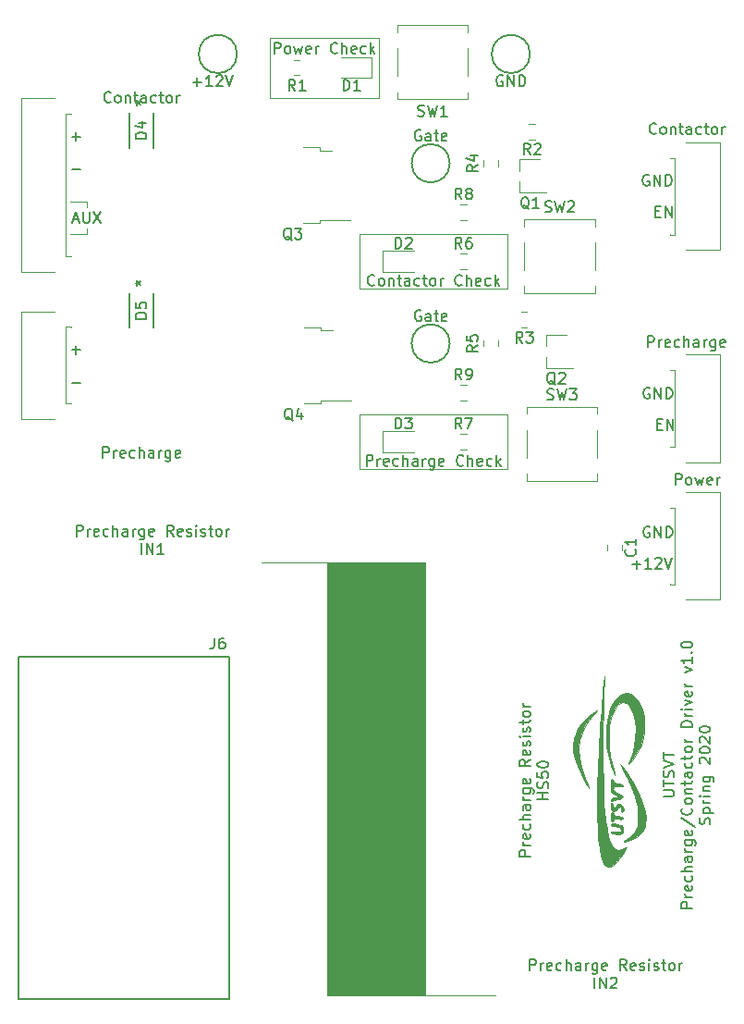
<source format=gbr>
G04 #@! TF.GenerationSoftware,KiCad,Pcbnew,(5.1.6)-1*
G04 #@! TF.CreationDate,2020-09-05T21:46:42-05:00*
G04 #@! TF.ProjectId,ContactorDriver,436f6e74-6163-4746-9f72-447269766572,rev?*
G04 #@! TF.SameCoordinates,Original*
G04 #@! TF.FileFunction,Legend,Top*
G04 #@! TF.FilePolarity,Positive*
%FSLAX46Y46*%
G04 Gerber Fmt 4.6, Leading zero omitted, Abs format (unit mm)*
G04 Created by KiCad (PCBNEW (5.1.6)-1) date 2020-09-05 21:46:42*
%MOMM*%
%LPD*%
G01*
G04 APERTURE LIST*
%ADD10C,0.150000*%
%ADD11C,0.120000*%
%ADD12C,0.100000*%
%ADD13C,0.010000*%
%ADD14C,0.152400*%
G04 APERTURE END LIST*
D10*
X211571428Y-155877380D02*
X211571428Y-154877380D01*
X211952380Y-154877380D01*
X212047619Y-154925000D01*
X212095238Y-154972619D01*
X212142857Y-155067857D01*
X212142857Y-155210714D01*
X212095238Y-155305952D01*
X212047619Y-155353571D01*
X211952380Y-155401190D01*
X211571428Y-155401190D01*
X212571428Y-155877380D02*
X212571428Y-155210714D01*
X212571428Y-155401190D02*
X212619047Y-155305952D01*
X212666666Y-155258333D01*
X212761904Y-155210714D01*
X212857142Y-155210714D01*
X213571428Y-155829761D02*
X213476190Y-155877380D01*
X213285714Y-155877380D01*
X213190476Y-155829761D01*
X213142857Y-155734523D01*
X213142857Y-155353571D01*
X213190476Y-155258333D01*
X213285714Y-155210714D01*
X213476190Y-155210714D01*
X213571428Y-155258333D01*
X213619047Y-155353571D01*
X213619047Y-155448809D01*
X213142857Y-155544047D01*
X214476190Y-155829761D02*
X214380952Y-155877380D01*
X214190476Y-155877380D01*
X214095238Y-155829761D01*
X214047619Y-155782142D01*
X214000000Y-155686904D01*
X214000000Y-155401190D01*
X214047619Y-155305952D01*
X214095238Y-155258333D01*
X214190476Y-155210714D01*
X214380952Y-155210714D01*
X214476190Y-155258333D01*
X214904761Y-155877380D02*
X214904761Y-154877380D01*
X215333333Y-155877380D02*
X215333333Y-155353571D01*
X215285714Y-155258333D01*
X215190476Y-155210714D01*
X215047619Y-155210714D01*
X214952380Y-155258333D01*
X214904761Y-155305952D01*
X216238095Y-155877380D02*
X216238095Y-155353571D01*
X216190476Y-155258333D01*
X216095238Y-155210714D01*
X215904761Y-155210714D01*
X215809523Y-155258333D01*
X216238095Y-155829761D02*
X216142857Y-155877380D01*
X215904761Y-155877380D01*
X215809523Y-155829761D01*
X215761904Y-155734523D01*
X215761904Y-155639285D01*
X215809523Y-155544047D01*
X215904761Y-155496428D01*
X216142857Y-155496428D01*
X216238095Y-155448809D01*
X216714285Y-155877380D02*
X216714285Y-155210714D01*
X216714285Y-155401190D02*
X216761904Y-155305952D01*
X216809523Y-155258333D01*
X216904761Y-155210714D01*
X217000000Y-155210714D01*
X217761904Y-155210714D02*
X217761904Y-156020238D01*
X217714285Y-156115476D01*
X217666666Y-156163095D01*
X217571428Y-156210714D01*
X217428571Y-156210714D01*
X217333333Y-156163095D01*
X217761904Y-155829761D02*
X217666666Y-155877380D01*
X217476190Y-155877380D01*
X217380952Y-155829761D01*
X217333333Y-155782142D01*
X217285714Y-155686904D01*
X217285714Y-155401190D01*
X217333333Y-155305952D01*
X217380952Y-155258333D01*
X217476190Y-155210714D01*
X217666666Y-155210714D01*
X217761904Y-155258333D01*
X218619047Y-155829761D02*
X218523809Y-155877380D01*
X218333333Y-155877380D01*
X218238095Y-155829761D01*
X218190476Y-155734523D01*
X218190476Y-155353571D01*
X218238095Y-155258333D01*
X218333333Y-155210714D01*
X218523809Y-155210714D01*
X218619047Y-155258333D01*
X218666666Y-155353571D01*
X218666666Y-155448809D01*
X218190476Y-155544047D01*
X220428571Y-155877380D02*
X220095238Y-155401190D01*
X219857142Y-155877380D02*
X219857142Y-154877380D01*
X220238095Y-154877380D01*
X220333333Y-154925000D01*
X220380952Y-154972619D01*
X220428571Y-155067857D01*
X220428571Y-155210714D01*
X220380952Y-155305952D01*
X220333333Y-155353571D01*
X220238095Y-155401190D01*
X219857142Y-155401190D01*
X221238095Y-155829761D02*
X221142857Y-155877380D01*
X220952380Y-155877380D01*
X220857142Y-155829761D01*
X220809523Y-155734523D01*
X220809523Y-155353571D01*
X220857142Y-155258333D01*
X220952380Y-155210714D01*
X221142857Y-155210714D01*
X221238095Y-155258333D01*
X221285714Y-155353571D01*
X221285714Y-155448809D01*
X220809523Y-155544047D01*
X221666666Y-155829761D02*
X221761904Y-155877380D01*
X221952380Y-155877380D01*
X222047619Y-155829761D01*
X222095238Y-155734523D01*
X222095238Y-155686904D01*
X222047619Y-155591666D01*
X221952380Y-155544047D01*
X221809523Y-155544047D01*
X221714285Y-155496428D01*
X221666666Y-155401190D01*
X221666666Y-155353571D01*
X221714285Y-155258333D01*
X221809523Y-155210714D01*
X221952380Y-155210714D01*
X222047619Y-155258333D01*
X222523809Y-155877380D02*
X222523809Y-155210714D01*
X222523809Y-154877380D02*
X222476190Y-154925000D01*
X222523809Y-154972619D01*
X222571428Y-154925000D01*
X222523809Y-154877380D01*
X222523809Y-154972619D01*
X222952380Y-155829761D02*
X223047619Y-155877380D01*
X223238095Y-155877380D01*
X223333333Y-155829761D01*
X223380952Y-155734523D01*
X223380952Y-155686904D01*
X223333333Y-155591666D01*
X223238095Y-155544047D01*
X223095238Y-155544047D01*
X223000000Y-155496428D01*
X222952380Y-155401190D01*
X222952380Y-155353571D01*
X223000000Y-155258333D01*
X223095238Y-155210714D01*
X223238095Y-155210714D01*
X223333333Y-155258333D01*
X223666666Y-155210714D02*
X224047619Y-155210714D01*
X223809523Y-154877380D02*
X223809523Y-155734523D01*
X223857142Y-155829761D01*
X223952380Y-155877380D01*
X224047619Y-155877380D01*
X224523809Y-155877380D02*
X224428571Y-155829761D01*
X224380952Y-155782142D01*
X224333333Y-155686904D01*
X224333333Y-155401190D01*
X224380952Y-155305952D01*
X224428571Y-155258333D01*
X224523809Y-155210714D01*
X224666666Y-155210714D01*
X224761904Y-155258333D01*
X224809523Y-155305952D01*
X224857142Y-155401190D01*
X224857142Y-155686904D01*
X224809523Y-155782142D01*
X224761904Y-155829761D01*
X224666666Y-155877380D01*
X224523809Y-155877380D01*
X225285714Y-155877380D02*
X225285714Y-155210714D01*
X225285714Y-155401190D02*
X225333333Y-155305952D01*
X225380952Y-155258333D01*
X225476190Y-155210714D01*
X225571428Y-155210714D01*
X217500000Y-157527380D02*
X217500000Y-156527380D01*
X217976190Y-157527380D02*
X217976190Y-156527380D01*
X218547619Y-157527380D01*
X218547619Y-156527380D01*
X218976190Y-156622619D02*
X219023809Y-156575000D01*
X219119047Y-156527380D01*
X219357142Y-156527380D01*
X219452380Y-156575000D01*
X219500000Y-156622619D01*
X219547619Y-156717857D01*
X219547619Y-156813095D01*
X219500000Y-156955952D01*
X218928571Y-157527380D01*
X219547619Y-157527380D01*
X170071428Y-116127380D02*
X170071428Y-115127380D01*
X170452380Y-115127380D01*
X170547619Y-115175000D01*
X170595238Y-115222619D01*
X170642857Y-115317857D01*
X170642857Y-115460714D01*
X170595238Y-115555952D01*
X170547619Y-115603571D01*
X170452380Y-115651190D01*
X170071428Y-115651190D01*
X171071428Y-116127380D02*
X171071428Y-115460714D01*
X171071428Y-115651190D02*
X171119047Y-115555952D01*
X171166666Y-115508333D01*
X171261904Y-115460714D01*
X171357142Y-115460714D01*
X172071428Y-116079761D02*
X171976190Y-116127380D01*
X171785714Y-116127380D01*
X171690476Y-116079761D01*
X171642857Y-115984523D01*
X171642857Y-115603571D01*
X171690476Y-115508333D01*
X171785714Y-115460714D01*
X171976190Y-115460714D01*
X172071428Y-115508333D01*
X172119047Y-115603571D01*
X172119047Y-115698809D01*
X171642857Y-115794047D01*
X172976190Y-116079761D02*
X172880952Y-116127380D01*
X172690476Y-116127380D01*
X172595238Y-116079761D01*
X172547619Y-116032142D01*
X172500000Y-115936904D01*
X172500000Y-115651190D01*
X172547619Y-115555952D01*
X172595238Y-115508333D01*
X172690476Y-115460714D01*
X172880952Y-115460714D01*
X172976190Y-115508333D01*
X173404761Y-116127380D02*
X173404761Y-115127380D01*
X173833333Y-116127380D02*
X173833333Y-115603571D01*
X173785714Y-115508333D01*
X173690476Y-115460714D01*
X173547619Y-115460714D01*
X173452380Y-115508333D01*
X173404761Y-115555952D01*
X174738095Y-116127380D02*
X174738095Y-115603571D01*
X174690476Y-115508333D01*
X174595238Y-115460714D01*
X174404761Y-115460714D01*
X174309523Y-115508333D01*
X174738095Y-116079761D02*
X174642857Y-116127380D01*
X174404761Y-116127380D01*
X174309523Y-116079761D01*
X174261904Y-115984523D01*
X174261904Y-115889285D01*
X174309523Y-115794047D01*
X174404761Y-115746428D01*
X174642857Y-115746428D01*
X174738095Y-115698809D01*
X175214285Y-116127380D02*
X175214285Y-115460714D01*
X175214285Y-115651190D02*
X175261904Y-115555952D01*
X175309523Y-115508333D01*
X175404761Y-115460714D01*
X175500000Y-115460714D01*
X176261904Y-115460714D02*
X176261904Y-116270238D01*
X176214285Y-116365476D01*
X176166666Y-116413095D01*
X176071428Y-116460714D01*
X175928571Y-116460714D01*
X175833333Y-116413095D01*
X176261904Y-116079761D02*
X176166666Y-116127380D01*
X175976190Y-116127380D01*
X175880952Y-116079761D01*
X175833333Y-116032142D01*
X175785714Y-115936904D01*
X175785714Y-115651190D01*
X175833333Y-115555952D01*
X175880952Y-115508333D01*
X175976190Y-115460714D01*
X176166666Y-115460714D01*
X176261904Y-115508333D01*
X177119047Y-116079761D02*
X177023809Y-116127380D01*
X176833333Y-116127380D01*
X176738095Y-116079761D01*
X176690476Y-115984523D01*
X176690476Y-115603571D01*
X176738095Y-115508333D01*
X176833333Y-115460714D01*
X177023809Y-115460714D01*
X177119047Y-115508333D01*
X177166666Y-115603571D01*
X177166666Y-115698809D01*
X176690476Y-115794047D01*
X178928571Y-116127380D02*
X178595238Y-115651190D01*
X178357142Y-116127380D02*
X178357142Y-115127380D01*
X178738095Y-115127380D01*
X178833333Y-115175000D01*
X178880952Y-115222619D01*
X178928571Y-115317857D01*
X178928571Y-115460714D01*
X178880952Y-115555952D01*
X178833333Y-115603571D01*
X178738095Y-115651190D01*
X178357142Y-115651190D01*
X179738095Y-116079761D02*
X179642857Y-116127380D01*
X179452380Y-116127380D01*
X179357142Y-116079761D01*
X179309523Y-115984523D01*
X179309523Y-115603571D01*
X179357142Y-115508333D01*
X179452380Y-115460714D01*
X179642857Y-115460714D01*
X179738095Y-115508333D01*
X179785714Y-115603571D01*
X179785714Y-115698809D01*
X179309523Y-115794047D01*
X180166666Y-116079761D02*
X180261904Y-116127380D01*
X180452380Y-116127380D01*
X180547619Y-116079761D01*
X180595238Y-115984523D01*
X180595238Y-115936904D01*
X180547619Y-115841666D01*
X180452380Y-115794047D01*
X180309523Y-115794047D01*
X180214285Y-115746428D01*
X180166666Y-115651190D01*
X180166666Y-115603571D01*
X180214285Y-115508333D01*
X180309523Y-115460714D01*
X180452380Y-115460714D01*
X180547619Y-115508333D01*
X181023809Y-116127380D02*
X181023809Y-115460714D01*
X181023809Y-115127380D02*
X180976190Y-115175000D01*
X181023809Y-115222619D01*
X181071428Y-115175000D01*
X181023809Y-115127380D01*
X181023809Y-115222619D01*
X181452380Y-116079761D02*
X181547619Y-116127380D01*
X181738095Y-116127380D01*
X181833333Y-116079761D01*
X181880952Y-115984523D01*
X181880952Y-115936904D01*
X181833333Y-115841666D01*
X181738095Y-115794047D01*
X181595238Y-115794047D01*
X181500000Y-115746428D01*
X181452380Y-115651190D01*
X181452380Y-115603571D01*
X181500000Y-115508333D01*
X181595238Y-115460714D01*
X181738095Y-115460714D01*
X181833333Y-115508333D01*
X182166666Y-115460714D02*
X182547619Y-115460714D01*
X182309523Y-115127380D02*
X182309523Y-115984523D01*
X182357142Y-116079761D01*
X182452380Y-116127380D01*
X182547619Y-116127380D01*
X183023809Y-116127380D02*
X182928571Y-116079761D01*
X182880952Y-116032142D01*
X182833333Y-115936904D01*
X182833333Y-115651190D01*
X182880952Y-115555952D01*
X182928571Y-115508333D01*
X183023809Y-115460714D01*
X183166666Y-115460714D01*
X183261904Y-115508333D01*
X183309523Y-115555952D01*
X183357142Y-115651190D01*
X183357142Y-115936904D01*
X183309523Y-116032142D01*
X183261904Y-116079761D01*
X183166666Y-116127380D01*
X183023809Y-116127380D01*
X183785714Y-116127380D02*
X183785714Y-115460714D01*
X183785714Y-115651190D02*
X183833333Y-115555952D01*
X183880952Y-115508333D01*
X183976190Y-115460714D01*
X184071428Y-115460714D01*
X176000000Y-117777380D02*
X176000000Y-116777380D01*
X176476190Y-117777380D02*
X176476190Y-116777380D01*
X177047619Y-117777380D01*
X177047619Y-116777380D01*
X178047619Y-117777380D02*
X177476190Y-117777380D01*
X177761904Y-117777380D02*
X177761904Y-116777380D01*
X177666666Y-116920238D01*
X177571428Y-117015476D01*
X177476190Y-117063095D01*
X220957995Y-118727528D02*
X221719900Y-118727528D01*
X221338947Y-119108480D02*
X221338947Y-118346576D01*
X222719900Y-119108480D02*
X222148471Y-119108480D01*
X222434185Y-119108480D02*
X222434185Y-118108480D01*
X222338947Y-118251338D01*
X222243709Y-118346576D01*
X222148471Y-118394195D01*
X223100852Y-118203719D02*
X223148471Y-118156100D01*
X223243709Y-118108480D01*
X223481804Y-118108480D01*
X223577042Y-118156100D01*
X223624661Y-118203719D01*
X223672280Y-118298957D01*
X223672280Y-118394195D01*
X223624661Y-118537052D01*
X223053233Y-119108480D01*
X223672280Y-119108480D01*
X223957995Y-118108480D02*
X224291328Y-119108480D01*
X224624661Y-118108480D01*
D11*
X197750000Y-70500000D02*
X197750000Y-71000000D01*
X187750000Y-70500000D02*
X197750000Y-70500000D01*
X187750000Y-76000000D02*
X187750000Y-70500000D01*
X197750000Y-76000000D02*
X187750000Y-76000000D01*
X197750000Y-71000000D02*
X197750000Y-76000000D01*
X209500000Y-110000000D02*
X196000000Y-110000000D01*
X209500000Y-105000000D02*
X209500000Y-110000000D01*
X196000000Y-105000000D02*
X209500000Y-105000000D01*
X196000000Y-110000000D02*
X196000000Y-105000000D01*
X196000000Y-93500000D02*
X209500000Y-93500000D01*
X196000000Y-88500000D02*
X196000000Y-93500000D01*
X209500000Y-88500000D02*
X196000000Y-88500000D01*
X209500000Y-93500000D02*
X209500000Y-88500000D01*
D10*
X223802380Y-139952380D02*
X224611904Y-139952380D01*
X224707142Y-139904761D01*
X224754761Y-139857142D01*
X224802380Y-139761904D01*
X224802380Y-139571428D01*
X224754761Y-139476190D01*
X224707142Y-139428571D01*
X224611904Y-139380952D01*
X223802380Y-139380952D01*
X223802380Y-139047619D02*
X223802380Y-138476190D01*
X224802380Y-138761904D02*
X223802380Y-138761904D01*
X224754761Y-138190476D02*
X224802380Y-138047619D01*
X224802380Y-137809523D01*
X224754761Y-137714285D01*
X224707142Y-137666666D01*
X224611904Y-137619047D01*
X224516666Y-137619047D01*
X224421428Y-137666666D01*
X224373809Y-137714285D01*
X224326190Y-137809523D01*
X224278571Y-138000000D01*
X224230952Y-138095238D01*
X224183333Y-138142857D01*
X224088095Y-138190476D01*
X223992857Y-138190476D01*
X223897619Y-138142857D01*
X223850000Y-138095238D01*
X223802380Y-138000000D01*
X223802380Y-137761904D01*
X223850000Y-137619047D01*
X223802380Y-137333333D02*
X224802380Y-137000000D01*
X223802380Y-136666666D01*
X223802380Y-136476190D02*
X223802380Y-135904761D01*
X224802380Y-136190476D02*
X223802380Y-136190476D01*
X226452380Y-150166666D02*
X225452380Y-150166666D01*
X225452380Y-149785714D01*
X225500000Y-149690476D01*
X225547619Y-149642857D01*
X225642857Y-149595238D01*
X225785714Y-149595238D01*
X225880952Y-149642857D01*
X225928571Y-149690476D01*
X225976190Y-149785714D01*
X225976190Y-150166666D01*
X226452380Y-149166666D02*
X225785714Y-149166666D01*
X225976190Y-149166666D02*
X225880952Y-149119047D01*
X225833333Y-149071428D01*
X225785714Y-148976190D01*
X225785714Y-148880952D01*
X226404761Y-148166666D02*
X226452380Y-148261904D01*
X226452380Y-148452380D01*
X226404761Y-148547619D01*
X226309523Y-148595238D01*
X225928571Y-148595238D01*
X225833333Y-148547619D01*
X225785714Y-148452380D01*
X225785714Y-148261904D01*
X225833333Y-148166666D01*
X225928571Y-148119047D01*
X226023809Y-148119047D01*
X226119047Y-148595238D01*
X226404761Y-147261904D02*
X226452380Y-147357142D01*
X226452380Y-147547619D01*
X226404761Y-147642857D01*
X226357142Y-147690476D01*
X226261904Y-147738095D01*
X225976190Y-147738095D01*
X225880952Y-147690476D01*
X225833333Y-147642857D01*
X225785714Y-147547619D01*
X225785714Y-147357142D01*
X225833333Y-147261904D01*
X226452380Y-146833333D02*
X225452380Y-146833333D01*
X226452380Y-146404761D02*
X225928571Y-146404761D01*
X225833333Y-146452380D01*
X225785714Y-146547619D01*
X225785714Y-146690476D01*
X225833333Y-146785714D01*
X225880952Y-146833333D01*
X226452380Y-145500000D02*
X225928571Y-145500000D01*
X225833333Y-145547619D01*
X225785714Y-145642857D01*
X225785714Y-145833333D01*
X225833333Y-145928571D01*
X226404761Y-145500000D02*
X226452380Y-145595238D01*
X226452380Y-145833333D01*
X226404761Y-145928571D01*
X226309523Y-145976190D01*
X226214285Y-145976190D01*
X226119047Y-145928571D01*
X226071428Y-145833333D01*
X226071428Y-145595238D01*
X226023809Y-145500000D01*
X226452380Y-145023809D02*
X225785714Y-145023809D01*
X225976190Y-145023809D02*
X225880952Y-144976190D01*
X225833333Y-144928571D01*
X225785714Y-144833333D01*
X225785714Y-144738095D01*
X225785714Y-143976190D02*
X226595238Y-143976190D01*
X226690476Y-144023809D01*
X226738095Y-144071428D01*
X226785714Y-144166666D01*
X226785714Y-144309523D01*
X226738095Y-144404761D01*
X226404761Y-143976190D02*
X226452380Y-144071428D01*
X226452380Y-144261904D01*
X226404761Y-144357142D01*
X226357142Y-144404761D01*
X226261904Y-144452380D01*
X225976190Y-144452380D01*
X225880952Y-144404761D01*
X225833333Y-144357142D01*
X225785714Y-144261904D01*
X225785714Y-144071428D01*
X225833333Y-143976190D01*
X226404761Y-143119047D02*
X226452380Y-143214285D01*
X226452380Y-143404761D01*
X226404761Y-143500000D01*
X226309523Y-143547619D01*
X225928571Y-143547619D01*
X225833333Y-143500000D01*
X225785714Y-143404761D01*
X225785714Y-143214285D01*
X225833333Y-143119047D01*
X225928571Y-143071428D01*
X226023809Y-143071428D01*
X226119047Y-143547619D01*
X225404761Y-141928571D02*
X226690476Y-142785714D01*
X226357142Y-141023809D02*
X226404761Y-141071428D01*
X226452380Y-141214285D01*
X226452380Y-141309523D01*
X226404761Y-141452380D01*
X226309523Y-141547619D01*
X226214285Y-141595238D01*
X226023809Y-141642857D01*
X225880952Y-141642857D01*
X225690476Y-141595238D01*
X225595238Y-141547619D01*
X225500000Y-141452380D01*
X225452380Y-141309523D01*
X225452380Y-141214285D01*
X225500000Y-141071428D01*
X225547619Y-141023809D01*
X226452380Y-140452380D02*
X226404761Y-140547619D01*
X226357142Y-140595238D01*
X226261904Y-140642857D01*
X225976190Y-140642857D01*
X225880952Y-140595238D01*
X225833333Y-140547619D01*
X225785714Y-140452380D01*
X225785714Y-140309523D01*
X225833333Y-140214285D01*
X225880952Y-140166666D01*
X225976190Y-140119047D01*
X226261904Y-140119047D01*
X226357142Y-140166666D01*
X226404761Y-140214285D01*
X226452380Y-140309523D01*
X226452380Y-140452380D01*
X225785714Y-139690476D02*
X226452380Y-139690476D01*
X225880952Y-139690476D02*
X225833333Y-139642857D01*
X225785714Y-139547619D01*
X225785714Y-139404761D01*
X225833333Y-139309523D01*
X225928571Y-139261904D01*
X226452380Y-139261904D01*
X225785714Y-138928571D02*
X225785714Y-138547619D01*
X225452380Y-138785714D02*
X226309523Y-138785714D01*
X226404761Y-138738095D01*
X226452380Y-138642857D01*
X226452380Y-138547619D01*
X226452380Y-137785714D02*
X225928571Y-137785714D01*
X225833333Y-137833333D01*
X225785714Y-137928571D01*
X225785714Y-138119047D01*
X225833333Y-138214285D01*
X226404761Y-137785714D02*
X226452380Y-137880952D01*
X226452380Y-138119047D01*
X226404761Y-138214285D01*
X226309523Y-138261904D01*
X226214285Y-138261904D01*
X226119047Y-138214285D01*
X226071428Y-138119047D01*
X226071428Y-137880952D01*
X226023809Y-137785714D01*
X226404761Y-136880952D02*
X226452380Y-136976190D01*
X226452380Y-137166666D01*
X226404761Y-137261904D01*
X226357142Y-137309523D01*
X226261904Y-137357142D01*
X225976190Y-137357142D01*
X225880952Y-137309523D01*
X225833333Y-137261904D01*
X225785714Y-137166666D01*
X225785714Y-136976190D01*
X225833333Y-136880952D01*
X225785714Y-136595238D02*
X225785714Y-136214285D01*
X225452380Y-136452380D02*
X226309523Y-136452380D01*
X226404761Y-136404761D01*
X226452380Y-136309523D01*
X226452380Y-136214285D01*
X226452380Y-135738095D02*
X226404761Y-135833333D01*
X226357142Y-135880952D01*
X226261904Y-135928571D01*
X225976190Y-135928571D01*
X225880952Y-135880952D01*
X225833333Y-135833333D01*
X225785714Y-135738095D01*
X225785714Y-135595238D01*
X225833333Y-135500000D01*
X225880952Y-135452380D01*
X225976190Y-135404761D01*
X226261904Y-135404761D01*
X226357142Y-135452380D01*
X226404761Y-135500000D01*
X226452380Y-135595238D01*
X226452380Y-135738095D01*
X226452380Y-134976190D02*
X225785714Y-134976190D01*
X225976190Y-134976190D02*
X225880952Y-134928571D01*
X225833333Y-134880952D01*
X225785714Y-134785714D01*
X225785714Y-134690476D01*
X226452380Y-133595238D02*
X225452380Y-133595238D01*
X225452380Y-133357142D01*
X225500000Y-133214285D01*
X225595238Y-133119047D01*
X225690476Y-133071428D01*
X225880952Y-133023809D01*
X226023809Y-133023809D01*
X226214285Y-133071428D01*
X226309523Y-133119047D01*
X226404761Y-133214285D01*
X226452380Y-133357142D01*
X226452380Y-133595238D01*
X226452380Y-132595238D02*
X225785714Y-132595238D01*
X225976190Y-132595238D02*
X225880952Y-132547619D01*
X225833333Y-132500000D01*
X225785714Y-132404761D01*
X225785714Y-132309523D01*
X226452380Y-131976190D02*
X225785714Y-131976190D01*
X225452380Y-131976190D02*
X225500000Y-132023809D01*
X225547619Y-131976190D01*
X225500000Y-131928571D01*
X225452380Y-131976190D01*
X225547619Y-131976190D01*
X225785714Y-131595238D02*
X226452380Y-131357142D01*
X225785714Y-131119047D01*
X226404761Y-130357142D02*
X226452380Y-130452380D01*
X226452380Y-130642857D01*
X226404761Y-130738095D01*
X226309523Y-130785714D01*
X225928571Y-130785714D01*
X225833333Y-130738095D01*
X225785714Y-130642857D01*
X225785714Y-130452380D01*
X225833333Y-130357142D01*
X225928571Y-130309523D01*
X226023809Y-130309523D01*
X226119047Y-130785714D01*
X226452380Y-129880952D02*
X225785714Y-129880952D01*
X225976190Y-129880952D02*
X225880952Y-129833333D01*
X225833333Y-129785714D01*
X225785714Y-129690476D01*
X225785714Y-129595238D01*
X225785714Y-128595238D02*
X226452380Y-128357142D01*
X225785714Y-128119047D01*
X226452380Y-127214285D02*
X226452380Y-127785714D01*
X226452380Y-127500000D02*
X225452380Y-127500000D01*
X225595238Y-127595238D01*
X225690476Y-127690476D01*
X225738095Y-127785714D01*
X226357142Y-126785714D02*
X226404761Y-126738095D01*
X226452380Y-126785714D01*
X226404761Y-126833333D01*
X226357142Y-126785714D01*
X226452380Y-126785714D01*
X225452380Y-126119047D02*
X225452380Y-126023809D01*
X225500000Y-125928571D01*
X225547619Y-125880952D01*
X225642857Y-125833333D01*
X225833333Y-125785714D01*
X226071428Y-125785714D01*
X226261904Y-125833333D01*
X226357142Y-125880952D01*
X226404761Y-125928571D01*
X226452380Y-126023809D01*
X226452380Y-126119047D01*
X226404761Y-126214285D01*
X226357142Y-126261904D01*
X226261904Y-126309523D01*
X226071428Y-126357142D01*
X225833333Y-126357142D01*
X225642857Y-126309523D01*
X225547619Y-126261904D01*
X225500000Y-126214285D01*
X225452380Y-126119047D01*
X228054761Y-142476190D02*
X228102380Y-142333333D01*
X228102380Y-142095238D01*
X228054761Y-142000000D01*
X228007142Y-141952380D01*
X227911904Y-141904761D01*
X227816666Y-141904761D01*
X227721428Y-141952380D01*
X227673809Y-142000000D01*
X227626190Y-142095238D01*
X227578571Y-142285714D01*
X227530952Y-142380952D01*
X227483333Y-142428571D01*
X227388095Y-142476190D01*
X227292857Y-142476190D01*
X227197619Y-142428571D01*
X227150000Y-142380952D01*
X227102380Y-142285714D01*
X227102380Y-142047619D01*
X227150000Y-141904761D01*
X227435714Y-141476190D02*
X228435714Y-141476190D01*
X227483333Y-141476190D02*
X227435714Y-141380952D01*
X227435714Y-141190476D01*
X227483333Y-141095238D01*
X227530952Y-141047619D01*
X227626190Y-141000000D01*
X227911904Y-141000000D01*
X228007142Y-141047619D01*
X228054761Y-141095238D01*
X228102380Y-141190476D01*
X228102380Y-141380952D01*
X228054761Y-141476190D01*
X228102380Y-140571428D02*
X227435714Y-140571428D01*
X227626190Y-140571428D02*
X227530952Y-140523809D01*
X227483333Y-140476190D01*
X227435714Y-140380952D01*
X227435714Y-140285714D01*
X228102380Y-139952380D02*
X227435714Y-139952380D01*
X227102380Y-139952380D02*
X227150000Y-140000000D01*
X227197619Y-139952380D01*
X227150000Y-139904761D01*
X227102380Y-139952380D01*
X227197619Y-139952380D01*
X227435714Y-139476190D02*
X228102380Y-139476190D01*
X227530952Y-139476190D02*
X227483333Y-139428571D01*
X227435714Y-139333333D01*
X227435714Y-139190476D01*
X227483333Y-139095238D01*
X227578571Y-139047619D01*
X228102380Y-139047619D01*
X227435714Y-138142857D02*
X228245238Y-138142857D01*
X228340476Y-138190476D01*
X228388095Y-138238095D01*
X228435714Y-138333333D01*
X228435714Y-138476190D01*
X228388095Y-138571428D01*
X228054761Y-138142857D02*
X228102380Y-138238095D01*
X228102380Y-138428571D01*
X228054761Y-138523809D01*
X228007142Y-138571428D01*
X227911904Y-138619047D01*
X227626190Y-138619047D01*
X227530952Y-138571428D01*
X227483333Y-138523809D01*
X227435714Y-138428571D01*
X227435714Y-138238095D01*
X227483333Y-138142857D01*
X227197619Y-136952380D02*
X227150000Y-136904761D01*
X227102380Y-136809523D01*
X227102380Y-136571428D01*
X227150000Y-136476190D01*
X227197619Y-136428571D01*
X227292857Y-136380952D01*
X227388095Y-136380952D01*
X227530952Y-136428571D01*
X228102380Y-137000000D01*
X228102380Y-136380952D01*
X227102380Y-135761904D02*
X227102380Y-135666666D01*
X227150000Y-135571428D01*
X227197619Y-135523809D01*
X227292857Y-135476190D01*
X227483333Y-135428571D01*
X227721428Y-135428571D01*
X227911904Y-135476190D01*
X228007142Y-135523809D01*
X228054761Y-135571428D01*
X228102380Y-135666666D01*
X228102380Y-135761904D01*
X228054761Y-135857142D01*
X228007142Y-135904761D01*
X227911904Y-135952380D01*
X227721428Y-136000000D01*
X227483333Y-136000000D01*
X227292857Y-135952380D01*
X227197619Y-135904761D01*
X227150000Y-135857142D01*
X227102380Y-135761904D01*
X227197619Y-135047619D02*
X227150000Y-135000000D01*
X227102380Y-134904761D01*
X227102380Y-134666666D01*
X227150000Y-134571428D01*
X227197619Y-134523809D01*
X227292857Y-134476190D01*
X227388095Y-134476190D01*
X227530952Y-134523809D01*
X228102380Y-135095238D01*
X228102380Y-134476190D01*
X227102380Y-133857142D02*
X227102380Y-133761904D01*
X227150000Y-133666666D01*
X227197619Y-133619047D01*
X227292857Y-133571428D01*
X227483333Y-133523809D01*
X227721428Y-133523809D01*
X227911904Y-133571428D01*
X228007142Y-133619047D01*
X228054761Y-133666666D01*
X228102380Y-133761904D01*
X228102380Y-133857142D01*
X228054761Y-133952380D01*
X228007142Y-134000000D01*
X227911904Y-134047619D01*
X227721428Y-134095238D01*
X227483333Y-134095238D01*
X227292857Y-134047619D01*
X227197619Y-134000000D01*
X227150000Y-133952380D01*
X227102380Y-133857142D01*
X201595238Y-95500000D02*
X201500000Y-95452380D01*
X201357142Y-95452380D01*
X201214285Y-95500000D01*
X201119047Y-95595238D01*
X201071428Y-95690476D01*
X201023809Y-95880952D01*
X201023809Y-96023809D01*
X201071428Y-96214285D01*
X201119047Y-96309523D01*
X201214285Y-96404761D01*
X201357142Y-96452380D01*
X201452380Y-96452380D01*
X201595238Y-96404761D01*
X201642857Y-96357142D01*
X201642857Y-96023809D01*
X201452380Y-96023809D01*
X202500000Y-96452380D02*
X202500000Y-95928571D01*
X202452380Y-95833333D01*
X202357142Y-95785714D01*
X202166666Y-95785714D01*
X202071428Y-95833333D01*
X202500000Y-96404761D02*
X202404761Y-96452380D01*
X202166666Y-96452380D01*
X202071428Y-96404761D01*
X202023809Y-96309523D01*
X202023809Y-96214285D01*
X202071428Y-96119047D01*
X202166666Y-96071428D01*
X202404761Y-96071428D01*
X202500000Y-96023809D01*
X202833333Y-95785714D02*
X203214285Y-95785714D01*
X202976190Y-95452380D02*
X202976190Y-96309523D01*
X203023809Y-96404761D01*
X203119047Y-96452380D01*
X203214285Y-96452380D01*
X203928571Y-96404761D02*
X203833333Y-96452380D01*
X203642857Y-96452380D01*
X203547619Y-96404761D01*
X203500000Y-96309523D01*
X203500000Y-95928571D01*
X203547619Y-95833333D01*
X203642857Y-95785714D01*
X203833333Y-95785714D01*
X203928571Y-95833333D01*
X203976190Y-95928571D01*
X203976190Y-96023809D01*
X203500000Y-96119047D01*
X201595238Y-79000000D02*
X201500000Y-78952380D01*
X201357142Y-78952380D01*
X201214285Y-79000000D01*
X201119047Y-79095238D01*
X201071428Y-79190476D01*
X201023809Y-79380952D01*
X201023809Y-79523809D01*
X201071428Y-79714285D01*
X201119047Y-79809523D01*
X201214285Y-79904761D01*
X201357142Y-79952380D01*
X201452380Y-79952380D01*
X201595238Y-79904761D01*
X201642857Y-79857142D01*
X201642857Y-79523809D01*
X201452380Y-79523809D01*
X202500000Y-79952380D02*
X202500000Y-79428571D01*
X202452380Y-79333333D01*
X202357142Y-79285714D01*
X202166666Y-79285714D01*
X202071428Y-79333333D01*
X202500000Y-79904761D02*
X202404761Y-79952380D01*
X202166666Y-79952380D01*
X202071428Y-79904761D01*
X202023809Y-79809523D01*
X202023809Y-79714285D01*
X202071428Y-79619047D01*
X202166666Y-79571428D01*
X202404761Y-79571428D01*
X202500000Y-79523809D01*
X202833333Y-79285714D02*
X203214285Y-79285714D01*
X202976190Y-78952380D02*
X202976190Y-79809523D01*
X203023809Y-79904761D01*
X203119047Y-79952380D01*
X203214285Y-79952380D01*
X203928571Y-79904761D02*
X203833333Y-79952380D01*
X203642857Y-79952380D01*
X203547619Y-79904761D01*
X203500000Y-79809523D01*
X203500000Y-79428571D01*
X203547619Y-79333333D01*
X203642857Y-79285714D01*
X203833333Y-79285714D01*
X203928571Y-79333333D01*
X203976190Y-79428571D01*
X203976190Y-79523809D01*
X203500000Y-79619047D01*
X209083395Y-74000000D02*
X208988157Y-73952380D01*
X208845300Y-73952380D01*
X208702442Y-74000000D01*
X208607204Y-74095238D01*
X208559585Y-74190476D01*
X208511966Y-74380952D01*
X208511966Y-74523809D01*
X208559585Y-74714285D01*
X208607204Y-74809523D01*
X208702442Y-74904761D01*
X208845300Y-74952380D01*
X208940538Y-74952380D01*
X209083395Y-74904761D01*
X209131014Y-74857142D01*
X209131014Y-74523809D01*
X208940538Y-74523809D01*
X209559585Y-74952380D02*
X209559585Y-73952380D01*
X210131014Y-74952380D01*
X210131014Y-73952380D01*
X210607204Y-74952380D02*
X210607204Y-73952380D01*
X210845300Y-73952380D01*
X210988157Y-74000000D01*
X211083395Y-74095238D01*
X211131014Y-74190476D01*
X211178633Y-74380952D01*
X211178633Y-74523809D01*
X211131014Y-74714285D01*
X211083395Y-74809523D01*
X210988157Y-74904761D01*
X210845300Y-74952380D01*
X210607204Y-74952380D01*
X180738095Y-74571428D02*
X181500000Y-74571428D01*
X181119047Y-74952380D02*
X181119047Y-74190476D01*
X182500000Y-74952380D02*
X181928571Y-74952380D01*
X182214285Y-74952380D02*
X182214285Y-73952380D01*
X182119047Y-74095238D01*
X182023809Y-74190476D01*
X181928571Y-74238095D01*
X182880952Y-74047619D02*
X182928571Y-74000000D01*
X183023809Y-73952380D01*
X183261904Y-73952380D01*
X183357142Y-74000000D01*
X183404761Y-74047619D01*
X183452380Y-74142857D01*
X183452380Y-74238095D01*
X183404761Y-74380952D01*
X182833333Y-74952380D01*
X183452380Y-74952380D01*
X183738095Y-73952380D02*
X184071428Y-74952380D01*
X184404761Y-73952380D01*
X173190476Y-76357142D02*
X173142857Y-76404761D01*
X173000000Y-76452380D01*
X172904761Y-76452380D01*
X172761904Y-76404761D01*
X172666666Y-76309523D01*
X172619047Y-76214285D01*
X172571428Y-76023809D01*
X172571428Y-75880952D01*
X172619047Y-75690476D01*
X172666666Y-75595238D01*
X172761904Y-75500000D01*
X172904761Y-75452380D01*
X173000000Y-75452380D01*
X173142857Y-75500000D01*
X173190476Y-75547619D01*
X173761904Y-76452380D02*
X173666666Y-76404761D01*
X173619047Y-76357142D01*
X173571428Y-76261904D01*
X173571428Y-75976190D01*
X173619047Y-75880952D01*
X173666666Y-75833333D01*
X173761904Y-75785714D01*
X173904761Y-75785714D01*
X174000000Y-75833333D01*
X174047619Y-75880952D01*
X174095238Y-75976190D01*
X174095238Y-76261904D01*
X174047619Y-76357142D01*
X174000000Y-76404761D01*
X173904761Y-76452380D01*
X173761904Y-76452380D01*
X174523809Y-75785714D02*
X174523809Y-76452380D01*
X174523809Y-75880952D02*
X174571428Y-75833333D01*
X174666666Y-75785714D01*
X174809523Y-75785714D01*
X174904761Y-75833333D01*
X174952380Y-75928571D01*
X174952380Y-76452380D01*
X175285714Y-75785714D02*
X175666666Y-75785714D01*
X175428571Y-75452380D02*
X175428571Y-76309523D01*
X175476190Y-76404761D01*
X175571428Y-76452380D01*
X175666666Y-76452380D01*
X176428571Y-76452380D02*
X176428571Y-75928571D01*
X176380952Y-75833333D01*
X176285714Y-75785714D01*
X176095238Y-75785714D01*
X176000000Y-75833333D01*
X176428571Y-76404761D02*
X176333333Y-76452380D01*
X176095238Y-76452380D01*
X176000000Y-76404761D01*
X175952380Y-76309523D01*
X175952380Y-76214285D01*
X176000000Y-76119047D01*
X176095238Y-76071428D01*
X176333333Y-76071428D01*
X176428571Y-76023809D01*
X177333333Y-76404761D02*
X177238095Y-76452380D01*
X177047619Y-76452380D01*
X176952380Y-76404761D01*
X176904761Y-76357142D01*
X176857142Y-76261904D01*
X176857142Y-75976190D01*
X176904761Y-75880952D01*
X176952380Y-75833333D01*
X177047619Y-75785714D01*
X177238095Y-75785714D01*
X177333333Y-75833333D01*
X177619047Y-75785714D02*
X178000000Y-75785714D01*
X177761904Y-75452380D02*
X177761904Y-76309523D01*
X177809523Y-76404761D01*
X177904761Y-76452380D01*
X178000000Y-76452380D01*
X178476190Y-76452380D02*
X178380952Y-76404761D01*
X178333333Y-76357142D01*
X178285714Y-76261904D01*
X178285714Y-75976190D01*
X178333333Y-75880952D01*
X178380952Y-75833333D01*
X178476190Y-75785714D01*
X178619047Y-75785714D01*
X178714285Y-75833333D01*
X178761904Y-75880952D01*
X178809523Y-75976190D01*
X178809523Y-76261904D01*
X178761904Y-76357142D01*
X178714285Y-76404761D01*
X178619047Y-76452380D01*
X178476190Y-76452380D01*
X179238095Y-76452380D02*
X179238095Y-75785714D01*
X179238095Y-75976190D02*
X179285714Y-75880952D01*
X179333333Y-75833333D01*
X179428571Y-75785714D01*
X179523809Y-75785714D01*
X172476190Y-108952380D02*
X172476190Y-107952380D01*
X172857142Y-107952380D01*
X172952380Y-108000000D01*
X173000000Y-108047619D01*
X173047619Y-108142857D01*
X173047619Y-108285714D01*
X173000000Y-108380952D01*
X172952380Y-108428571D01*
X172857142Y-108476190D01*
X172476190Y-108476190D01*
X173476190Y-108952380D02*
X173476190Y-108285714D01*
X173476190Y-108476190D02*
X173523809Y-108380952D01*
X173571428Y-108333333D01*
X173666666Y-108285714D01*
X173761904Y-108285714D01*
X174476190Y-108904761D02*
X174380952Y-108952380D01*
X174190476Y-108952380D01*
X174095238Y-108904761D01*
X174047619Y-108809523D01*
X174047619Y-108428571D01*
X174095238Y-108333333D01*
X174190476Y-108285714D01*
X174380952Y-108285714D01*
X174476190Y-108333333D01*
X174523809Y-108428571D01*
X174523809Y-108523809D01*
X174047619Y-108619047D01*
X175380952Y-108904761D02*
X175285714Y-108952380D01*
X175095238Y-108952380D01*
X175000000Y-108904761D01*
X174952380Y-108857142D01*
X174904761Y-108761904D01*
X174904761Y-108476190D01*
X174952380Y-108380952D01*
X175000000Y-108333333D01*
X175095238Y-108285714D01*
X175285714Y-108285714D01*
X175380952Y-108333333D01*
X175809523Y-108952380D02*
X175809523Y-107952380D01*
X176238095Y-108952380D02*
X176238095Y-108428571D01*
X176190476Y-108333333D01*
X176095238Y-108285714D01*
X175952380Y-108285714D01*
X175857142Y-108333333D01*
X175809523Y-108380952D01*
X177142857Y-108952380D02*
X177142857Y-108428571D01*
X177095238Y-108333333D01*
X177000000Y-108285714D01*
X176809523Y-108285714D01*
X176714285Y-108333333D01*
X177142857Y-108904761D02*
X177047619Y-108952380D01*
X176809523Y-108952380D01*
X176714285Y-108904761D01*
X176666666Y-108809523D01*
X176666666Y-108714285D01*
X176714285Y-108619047D01*
X176809523Y-108571428D01*
X177047619Y-108571428D01*
X177142857Y-108523809D01*
X177619047Y-108952380D02*
X177619047Y-108285714D01*
X177619047Y-108476190D02*
X177666666Y-108380952D01*
X177714285Y-108333333D01*
X177809523Y-108285714D01*
X177904761Y-108285714D01*
X178666666Y-108285714D02*
X178666666Y-109095238D01*
X178619047Y-109190476D01*
X178571428Y-109238095D01*
X178476190Y-109285714D01*
X178333333Y-109285714D01*
X178238095Y-109238095D01*
X178666666Y-108904761D02*
X178571428Y-108952380D01*
X178380952Y-108952380D01*
X178285714Y-108904761D01*
X178238095Y-108857142D01*
X178190476Y-108761904D01*
X178190476Y-108476190D01*
X178238095Y-108380952D01*
X178285714Y-108333333D01*
X178380952Y-108285714D01*
X178571428Y-108285714D01*
X178666666Y-108333333D01*
X179523809Y-108904761D02*
X179428571Y-108952380D01*
X179238095Y-108952380D01*
X179142857Y-108904761D01*
X179095238Y-108809523D01*
X179095238Y-108428571D01*
X179142857Y-108333333D01*
X179238095Y-108285714D01*
X179428571Y-108285714D01*
X179523809Y-108333333D01*
X179571428Y-108428571D01*
X179571428Y-108523809D01*
X179095238Y-108619047D01*
X188178571Y-71952380D02*
X188178571Y-70952380D01*
X188559523Y-70952380D01*
X188654761Y-71000000D01*
X188702380Y-71047619D01*
X188750000Y-71142857D01*
X188750000Y-71285714D01*
X188702380Y-71380952D01*
X188654761Y-71428571D01*
X188559523Y-71476190D01*
X188178571Y-71476190D01*
X189321428Y-71952380D02*
X189226190Y-71904761D01*
X189178571Y-71857142D01*
X189130952Y-71761904D01*
X189130952Y-71476190D01*
X189178571Y-71380952D01*
X189226190Y-71333333D01*
X189321428Y-71285714D01*
X189464285Y-71285714D01*
X189559523Y-71333333D01*
X189607142Y-71380952D01*
X189654761Y-71476190D01*
X189654761Y-71761904D01*
X189607142Y-71857142D01*
X189559523Y-71904761D01*
X189464285Y-71952380D01*
X189321428Y-71952380D01*
X189988095Y-71285714D02*
X190178571Y-71952380D01*
X190369047Y-71476190D01*
X190559523Y-71952380D01*
X190750000Y-71285714D01*
X191511904Y-71904761D02*
X191416666Y-71952380D01*
X191226190Y-71952380D01*
X191130952Y-71904761D01*
X191083333Y-71809523D01*
X191083333Y-71428571D01*
X191130952Y-71333333D01*
X191226190Y-71285714D01*
X191416666Y-71285714D01*
X191511904Y-71333333D01*
X191559523Y-71428571D01*
X191559523Y-71523809D01*
X191083333Y-71619047D01*
X191988095Y-71952380D02*
X191988095Y-71285714D01*
X191988095Y-71476190D02*
X192035714Y-71380952D01*
X192083333Y-71333333D01*
X192178571Y-71285714D01*
X192273809Y-71285714D01*
X193940476Y-71857142D02*
X193892857Y-71904761D01*
X193750000Y-71952380D01*
X193654761Y-71952380D01*
X193511904Y-71904761D01*
X193416666Y-71809523D01*
X193369047Y-71714285D01*
X193321428Y-71523809D01*
X193321428Y-71380952D01*
X193369047Y-71190476D01*
X193416666Y-71095238D01*
X193511904Y-71000000D01*
X193654761Y-70952380D01*
X193750000Y-70952380D01*
X193892857Y-71000000D01*
X193940476Y-71047619D01*
X194369047Y-71952380D02*
X194369047Y-70952380D01*
X194797619Y-71952380D02*
X194797619Y-71428571D01*
X194750000Y-71333333D01*
X194654761Y-71285714D01*
X194511904Y-71285714D01*
X194416666Y-71333333D01*
X194369047Y-71380952D01*
X195654761Y-71904761D02*
X195559523Y-71952380D01*
X195369047Y-71952380D01*
X195273809Y-71904761D01*
X195226190Y-71809523D01*
X195226190Y-71428571D01*
X195273809Y-71333333D01*
X195369047Y-71285714D01*
X195559523Y-71285714D01*
X195654761Y-71333333D01*
X195702380Y-71428571D01*
X195702380Y-71523809D01*
X195226190Y-71619047D01*
X196559523Y-71904761D02*
X196464285Y-71952380D01*
X196273809Y-71952380D01*
X196178571Y-71904761D01*
X196130952Y-71857142D01*
X196083333Y-71761904D01*
X196083333Y-71476190D01*
X196130952Y-71380952D01*
X196178571Y-71333333D01*
X196273809Y-71285714D01*
X196464285Y-71285714D01*
X196559523Y-71333333D01*
X196988095Y-71952380D02*
X196988095Y-70952380D01*
X197083333Y-71571428D02*
X197369047Y-71952380D01*
X197369047Y-71285714D02*
X196988095Y-71666666D01*
X196630952Y-109702380D02*
X196630952Y-108702380D01*
X197011904Y-108702380D01*
X197107142Y-108750000D01*
X197154761Y-108797619D01*
X197202380Y-108892857D01*
X197202380Y-109035714D01*
X197154761Y-109130952D01*
X197107142Y-109178571D01*
X197011904Y-109226190D01*
X196630952Y-109226190D01*
X197630952Y-109702380D02*
X197630952Y-109035714D01*
X197630952Y-109226190D02*
X197678571Y-109130952D01*
X197726190Y-109083333D01*
X197821428Y-109035714D01*
X197916666Y-109035714D01*
X198630952Y-109654761D02*
X198535714Y-109702380D01*
X198345238Y-109702380D01*
X198250000Y-109654761D01*
X198202380Y-109559523D01*
X198202380Y-109178571D01*
X198250000Y-109083333D01*
X198345238Y-109035714D01*
X198535714Y-109035714D01*
X198630952Y-109083333D01*
X198678571Y-109178571D01*
X198678571Y-109273809D01*
X198202380Y-109369047D01*
X199535714Y-109654761D02*
X199440476Y-109702380D01*
X199250000Y-109702380D01*
X199154761Y-109654761D01*
X199107142Y-109607142D01*
X199059523Y-109511904D01*
X199059523Y-109226190D01*
X199107142Y-109130952D01*
X199154761Y-109083333D01*
X199250000Y-109035714D01*
X199440476Y-109035714D01*
X199535714Y-109083333D01*
X199964285Y-109702380D02*
X199964285Y-108702380D01*
X200392857Y-109702380D02*
X200392857Y-109178571D01*
X200345238Y-109083333D01*
X200250000Y-109035714D01*
X200107142Y-109035714D01*
X200011904Y-109083333D01*
X199964285Y-109130952D01*
X201297619Y-109702380D02*
X201297619Y-109178571D01*
X201250000Y-109083333D01*
X201154761Y-109035714D01*
X200964285Y-109035714D01*
X200869047Y-109083333D01*
X201297619Y-109654761D02*
X201202380Y-109702380D01*
X200964285Y-109702380D01*
X200869047Y-109654761D01*
X200821428Y-109559523D01*
X200821428Y-109464285D01*
X200869047Y-109369047D01*
X200964285Y-109321428D01*
X201202380Y-109321428D01*
X201297619Y-109273809D01*
X201773809Y-109702380D02*
X201773809Y-109035714D01*
X201773809Y-109226190D02*
X201821428Y-109130952D01*
X201869047Y-109083333D01*
X201964285Y-109035714D01*
X202059523Y-109035714D01*
X202821428Y-109035714D02*
X202821428Y-109845238D01*
X202773809Y-109940476D01*
X202726190Y-109988095D01*
X202630952Y-110035714D01*
X202488095Y-110035714D01*
X202392857Y-109988095D01*
X202821428Y-109654761D02*
X202726190Y-109702380D01*
X202535714Y-109702380D01*
X202440476Y-109654761D01*
X202392857Y-109607142D01*
X202345238Y-109511904D01*
X202345238Y-109226190D01*
X202392857Y-109130952D01*
X202440476Y-109083333D01*
X202535714Y-109035714D01*
X202726190Y-109035714D01*
X202821428Y-109083333D01*
X203678571Y-109654761D02*
X203583333Y-109702380D01*
X203392857Y-109702380D01*
X203297619Y-109654761D01*
X203250000Y-109559523D01*
X203250000Y-109178571D01*
X203297619Y-109083333D01*
X203392857Y-109035714D01*
X203583333Y-109035714D01*
X203678571Y-109083333D01*
X203726190Y-109178571D01*
X203726190Y-109273809D01*
X203250000Y-109369047D01*
X205488095Y-109607142D02*
X205440476Y-109654761D01*
X205297619Y-109702380D01*
X205202380Y-109702380D01*
X205059523Y-109654761D01*
X204964285Y-109559523D01*
X204916666Y-109464285D01*
X204869047Y-109273809D01*
X204869047Y-109130952D01*
X204916666Y-108940476D01*
X204964285Y-108845238D01*
X205059523Y-108750000D01*
X205202380Y-108702380D01*
X205297619Y-108702380D01*
X205440476Y-108750000D01*
X205488095Y-108797619D01*
X205916666Y-109702380D02*
X205916666Y-108702380D01*
X206345238Y-109702380D02*
X206345238Y-109178571D01*
X206297619Y-109083333D01*
X206202380Y-109035714D01*
X206059523Y-109035714D01*
X205964285Y-109083333D01*
X205916666Y-109130952D01*
X207202380Y-109654761D02*
X207107142Y-109702380D01*
X206916666Y-109702380D01*
X206821428Y-109654761D01*
X206773809Y-109559523D01*
X206773809Y-109178571D01*
X206821428Y-109083333D01*
X206916666Y-109035714D01*
X207107142Y-109035714D01*
X207202380Y-109083333D01*
X207250000Y-109178571D01*
X207250000Y-109273809D01*
X206773809Y-109369047D01*
X208107142Y-109654761D02*
X208011904Y-109702380D01*
X207821428Y-109702380D01*
X207726190Y-109654761D01*
X207678571Y-109607142D01*
X207630952Y-109511904D01*
X207630952Y-109226190D01*
X207678571Y-109130952D01*
X207726190Y-109083333D01*
X207821428Y-109035714D01*
X208011904Y-109035714D01*
X208107142Y-109083333D01*
X208535714Y-109702380D02*
X208535714Y-108702380D01*
X208630952Y-109321428D02*
X208916666Y-109702380D01*
X208916666Y-109035714D02*
X208535714Y-109416666D01*
X197345238Y-93107142D02*
X197297619Y-93154761D01*
X197154761Y-93202380D01*
X197059523Y-93202380D01*
X196916666Y-93154761D01*
X196821428Y-93059523D01*
X196773809Y-92964285D01*
X196726190Y-92773809D01*
X196726190Y-92630952D01*
X196773809Y-92440476D01*
X196821428Y-92345238D01*
X196916666Y-92250000D01*
X197059523Y-92202380D01*
X197154761Y-92202380D01*
X197297619Y-92250000D01*
X197345238Y-92297619D01*
X197916666Y-93202380D02*
X197821428Y-93154761D01*
X197773809Y-93107142D01*
X197726190Y-93011904D01*
X197726190Y-92726190D01*
X197773809Y-92630952D01*
X197821428Y-92583333D01*
X197916666Y-92535714D01*
X198059523Y-92535714D01*
X198154761Y-92583333D01*
X198202380Y-92630952D01*
X198250000Y-92726190D01*
X198250000Y-93011904D01*
X198202380Y-93107142D01*
X198154761Y-93154761D01*
X198059523Y-93202380D01*
X197916666Y-93202380D01*
X198678571Y-92535714D02*
X198678571Y-93202380D01*
X198678571Y-92630952D02*
X198726190Y-92583333D01*
X198821428Y-92535714D01*
X198964285Y-92535714D01*
X199059523Y-92583333D01*
X199107142Y-92678571D01*
X199107142Y-93202380D01*
X199440476Y-92535714D02*
X199821428Y-92535714D01*
X199583333Y-92202380D02*
X199583333Y-93059523D01*
X199630952Y-93154761D01*
X199726190Y-93202380D01*
X199821428Y-93202380D01*
X200583333Y-93202380D02*
X200583333Y-92678571D01*
X200535714Y-92583333D01*
X200440476Y-92535714D01*
X200250000Y-92535714D01*
X200154761Y-92583333D01*
X200583333Y-93154761D02*
X200488095Y-93202380D01*
X200250000Y-93202380D01*
X200154761Y-93154761D01*
X200107142Y-93059523D01*
X200107142Y-92964285D01*
X200154761Y-92869047D01*
X200250000Y-92821428D01*
X200488095Y-92821428D01*
X200583333Y-92773809D01*
X201488095Y-93154761D02*
X201392857Y-93202380D01*
X201202380Y-93202380D01*
X201107142Y-93154761D01*
X201059523Y-93107142D01*
X201011904Y-93011904D01*
X201011904Y-92726190D01*
X201059523Y-92630952D01*
X201107142Y-92583333D01*
X201202380Y-92535714D01*
X201392857Y-92535714D01*
X201488095Y-92583333D01*
X201773809Y-92535714D02*
X202154761Y-92535714D01*
X201916666Y-92202380D02*
X201916666Y-93059523D01*
X201964285Y-93154761D01*
X202059523Y-93202380D01*
X202154761Y-93202380D01*
X202630952Y-93202380D02*
X202535714Y-93154761D01*
X202488095Y-93107142D01*
X202440476Y-93011904D01*
X202440476Y-92726190D01*
X202488095Y-92630952D01*
X202535714Y-92583333D01*
X202630952Y-92535714D01*
X202773809Y-92535714D01*
X202869047Y-92583333D01*
X202916666Y-92630952D01*
X202964285Y-92726190D01*
X202964285Y-93011904D01*
X202916666Y-93107142D01*
X202869047Y-93154761D01*
X202773809Y-93202380D01*
X202630952Y-93202380D01*
X203392857Y-93202380D02*
X203392857Y-92535714D01*
X203392857Y-92726190D02*
X203440476Y-92630952D01*
X203488095Y-92583333D01*
X203583333Y-92535714D01*
X203678571Y-92535714D01*
X205345238Y-93107142D02*
X205297619Y-93154761D01*
X205154761Y-93202380D01*
X205059523Y-93202380D01*
X204916666Y-93154761D01*
X204821428Y-93059523D01*
X204773809Y-92964285D01*
X204726190Y-92773809D01*
X204726190Y-92630952D01*
X204773809Y-92440476D01*
X204821428Y-92345238D01*
X204916666Y-92250000D01*
X205059523Y-92202380D01*
X205154761Y-92202380D01*
X205297619Y-92250000D01*
X205345238Y-92297619D01*
X205773809Y-93202380D02*
X205773809Y-92202380D01*
X206202380Y-93202380D02*
X206202380Y-92678571D01*
X206154761Y-92583333D01*
X206059523Y-92535714D01*
X205916666Y-92535714D01*
X205821428Y-92583333D01*
X205773809Y-92630952D01*
X207059523Y-93154761D02*
X206964285Y-93202380D01*
X206773809Y-93202380D01*
X206678571Y-93154761D01*
X206630952Y-93059523D01*
X206630952Y-92678571D01*
X206678571Y-92583333D01*
X206773809Y-92535714D01*
X206964285Y-92535714D01*
X207059523Y-92583333D01*
X207107142Y-92678571D01*
X207107142Y-92773809D01*
X206630952Y-92869047D01*
X207964285Y-93154761D02*
X207869047Y-93202380D01*
X207678571Y-93202380D01*
X207583333Y-93154761D01*
X207535714Y-93107142D01*
X207488095Y-93011904D01*
X207488095Y-92726190D01*
X207535714Y-92630952D01*
X207583333Y-92583333D01*
X207678571Y-92535714D01*
X207869047Y-92535714D01*
X207964285Y-92583333D01*
X208392857Y-93202380D02*
X208392857Y-92202380D01*
X208488095Y-92821428D02*
X208773809Y-93202380D01*
X208773809Y-92535714D02*
X208392857Y-92916666D01*
X222396490Y-98826580D02*
X222396490Y-97826580D01*
X222777442Y-97826580D01*
X222872680Y-97874200D01*
X222920300Y-97921819D01*
X222967919Y-98017057D01*
X222967919Y-98159914D01*
X222920300Y-98255152D01*
X222872680Y-98302771D01*
X222777442Y-98350390D01*
X222396490Y-98350390D01*
X223396490Y-98826580D02*
X223396490Y-98159914D01*
X223396490Y-98350390D02*
X223444109Y-98255152D01*
X223491728Y-98207533D01*
X223586966Y-98159914D01*
X223682204Y-98159914D01*
X224396490Y-98778961D02*
X224301252Y-98826580D01*
X224110776Y-98826580D01*
X224015538Y-98778961D01*
X223967919Y-98683723D01*
X223967919Y-98302771D01*
X224015538Y-98207533D01*
X224110776Y-98159914D01*
X224301252Y-98159914D01*
X224396490Y-98207533D01*
X224444109Y-98302771D01*
X224444109Y-98398009D01*
X223967919Y-98493247D01*
X225301252Y-98778961D02*
X225206014Y-98826580D01*
X225015538Y-98826580D01*
X224920300Y-98778961D01*
X224872680Y-98731342D01*
X224825061Y-98636104D01*
X224825061Y-98350390D01*
X224872680Y-98255152D01*
X224920300Y-98207533D01*
X225015538Y-98159914D01*
X225206014Y-98159914D01*
X225301252Y-98207533D01*
X225729823Y-98826580D02*
X225729823Y-97826580D01*
X226158395Y-98826580D02*
X226158395Y-98302771D01*
X226110776Y-98207533D01*
X226015538Y-98159914D01*
X225872680Y-98159914D01*
X225777442Y-98207533D01*
X225729823Y-98255152D01*
X227063157Y-98826580D02*
X227063157Y-98302771D01*
X227015538Y-98207533D01*
X226920300Y-98159914D01*
X226729823Y-98159914D01*
X226634585Y-98207533D01*
X227063157Y-98778961D02*
X226967919Y-98826580D01*
X226729823Y-98826580D01*
X226634585Y-98778961D01*
X226586966Y-98683723D01*
X226586966Y-98588485D01*
X226634585Y-98493247D01*
X226729823Y-98445628D01*
X226967919Y-98445628D01*
X227063157Y-98398009D01*
X227539347Y-98826580D02*
X227539347Y-98159914D01*
X227539347Y-98350390D02*
X227586966Y-98255152D01*
X227634585Y-98207533D01*
X227729823Y-98159914D01*
X227825061Y-98159914D01*
X228586966Y-98159914D02*
X228586966Y-98969438D01*
X228539347Y-99064676D01*
X228491728Y-99112295D01*
X228396490Y-99159914D01*
X228253633Y-99159914D01*
X228158395Y-99112295D01*
X228586966Y-98778961D02*
X228491728Y-98826580D01*
X228301252Y-98826580D01*
X228206014Y-98778961D01*
X228158395Y-98731342D01*
X228110776Y-98636104D01*
X228110776Y-98350390D01*
X228158395Y-98255152D01*
X228206014Y-98207533D01*
X228301252Y-98159914D01*
X228491728Y-98159914D01*
X228586966Y-98207533D01*
X229444109Y-98778961D02*
X229348871Y-98826580D01*
X229158395Y-98826580D01*
X229063157Y-98778961D01*
X229015538Y-98683723D01*
X229015538Y-98302771D01*
X229063157Y-98207533D01*
X229158395Y-98159914D01*
X229348871Y-98159914D01*
X229444109Y-98207533D01*
X229491728Y-98302771D01*
X229491728Y-98398009D01*
X229015538Y-98493247D01*
X223148876Y-79236842D02*
X223101257Y-79284461D01*
X222958400Y-79332080D01*
X222863161Y-79332080D01*
X222720304Y-79284461D01*
X222625066Y-79189223D01*
X222577447Y-79093985D01*
X222529828Y-78903509D01*
X222529828Y-78760652D01*
X222577447Y-78570176D01*
X222625066Y-78474938D01*
X222720304Y-78379700D01*
X222863161Y-78332080D01*
X222958400Y-78332080D01*
X223101257Y-78379700D01*
X223148876Y-78427319D01*
X223720304Y-79332080D02*
X223625066Y-79284461D01*
X223577447Y-79236842D01*
X223529828Y-79141604D01*
X223529828Y-78855890D01*
X223577447Y-78760652D01*
X223625066Y-78713033D01*
X223720304Y-78665414D01*
X223863161Y-78665414D01*
X223958400Y-78713033D01*
X224006019Y-78760652D01*
X224053638Y-78855890D01*
X224053638Y-79141604D01*
X224006019Y-79236842D01*
X223958400Y-79284461D01*
X223863161Y-79332080D01*
X223720304Y-79332080D01*
X224482209Y-78665414D02*
X224482209Y-79332080D01*
X224482209Y-78760652D02*
X224529828Y-78713033D01*
X224625066Y-78665414D01*
X224767923Y-78665414D01*
X224863161Y-78713033D01*
X224910780Y-78808271D01*
X224910780Y-79332080D01*
X225244114Y-78665414D02*
X225625066Y-78665414D01*
X225386971Y-78332080D02*
X225386971Y-79189223D01*
X225434590Y-79284461D01*
X225529828Y-79332080D01*
X225625066Y-79332080D01*
X226386971Y-79332080D02*
X226386971Y-78808271D01*
X226339352Y-78713033D01*
X226244114Y-78665414D01*
X226053638Y-78665414D01*
X225958400Y-78713033D01*
X226386971Y-79284461D02*
X226291733Y-79332080D01*
X226053638Y-79332080D01*
X225958400Y-79284461D01*
X225910780Y-79189223D01*
X225910780Y-79093985D01*
X225958400Y-78998747D01*
X226053638Y-78951128D01*
X226291733Y-78951128D01*
X226386971Y-78903509D01*
X227291733Y-79284461D02*
X227196495Y-79332080D01*
X227006019Y-79332080D01*
X226910780Y-79284461D01*
X226863161Y-79236842D01*
X226815542Y-79141604D01*
X226815542Y-78855890D01*
X226863161Y-78760652D01*
X226910780Y-78713033D01*
X227006019Y-78665414D01*
X227196495Y-78665414D01*
X227291733Y-78713033D01*
X227577447Y-78665414D02*
X227958400Y-78665414D01*
X227720304Y-78332080D02*
X227720304Y-79189223D01*
X227767923Y-79284461D01*
X227863161Y-79332080D01*
X227958400Y-79332080D01*
X228434590Y-79332080D02*
X228339352Y-79284461D01*
X228291733Y-79236842D01*
X228244114Y-79141604D01*
X228244114Y-78855890D01*
X228291733Y-78760652D01*
X228339352Y-78713033D01*
X228434590Y-78665414D01*
X228577447Y-78665414D01*
X228672685Y-78713033D01*
X228720304Y-78760652D01*
X228767923Y-78855890D01*
X228767923Y-79141604D01*
X228720304Y-79236842D01*
X228672685Y-79284461D01*
X228577447Y-79332080D01*
X228434590Y-79332080D01*
X229196495Y-79332080D02*
X229196495Y-78665414D01*
X229196495Y-78855890D02*
X229244114Y-78760652D01*
X229291733Y-78713033D01*
X229386971Y-78665414D01*
X229482209Y-78665414D01*
X224934709Y-111424980D02*
X224934709Y-110424980D01*
X225315661Y-110424980D01*
X225410900Y-110472600D01*
X225458519Y-110520219D01*
X225506138Y-110615457D01*
X225506138Y-110758314D01*
X225458519Y-110853552D01*
X225410900Y-110901171D01*
X225315661Y-110948790D01*
X224934709Y-110948790D01*
X226077566Y-111424980D02*
X225982328Y-111377361D01*
X225934709Y-111329742D01*
X225887090Y-111234504D01*
X225887090Y-110948790D01*
X225934709Y-110853552D01*
X225982328Y-110805933D01*
X226077566Y-110758314D01*
X226220423Y-110758314D01*
X226315661Y-110805933D01*
X226363280Y-110853552D01*
X226410900Y-110948790D01*
X226410900Y-111234504D01*
X226363280Y-111329742D01*
X226315661Y-111377361D01*
X226220423Y-111424980D01*
X226077566Y-111424980D01*
X226744233Y-110758314D02*
X226934709Y-111424980D01*
X227125185Y-110948790D01*
X227315661Y-111424980D01*
X227506138Y-110758314D01*
X228268042Y-111377361D02*
X228172804Y-111424980D01*
X227982328Y-111424980D01*
X227887090Y-111377361D01*
X227839471Y-111282123D01*
X227839471Y-110901171D01*
X227887090Y-110805933D01*
X227982328Y-110758314D01*
X228172804Y-110758314D01*
X228268042Y-110805933D01*
X228315661Y-110901171D01*
X228315661Y-110996409D01*
X227839471Y-111091647D01*
X228744233Y-111424980D02*
X228744233Y-110758314D01*
X228744233Y-110948790D02*
X228791852Y-110853552D01*
X228839471Y-110805933D01*
X228934709Y-110758314D01*
X229029947Y-110758314D01*
D11*
X171000000Y-88500000D02*
X171000000Y-88000000D01*
X169500000Y-88500000D02*
X171000000Y-88500000D01*
X171000000Y-85500000D02*
X171000000Y-86000000D01*
X169500000Y-85500000D02*
X171000000Y-85500000D01*
D10*
X169761904Y-87166666D02*
X170238095Y-87166666D01*
X169666666Y-87452380D02*
X170000000Y-86452380D01*
X170333333Y-87452380D01*
X170666666Y-86452380D02*
X170666666Y-87261904D01*
X170714285Y-87357142D01*
X170761904Y-87404761D01*
X170857142Y-87452380D01*
X171047619Y-87452380D01*
X171142857Y-87404761D01*
X171190476Y-87357142D01*
X171238095Y-87261904D01*
X171238095Y-86452380D01*
X171619047Y-86452380D02*
X172285714Y-87452380D01*
X172285714Y-86452380D02*
X171619047Y-87452380D01*
X169619047Y-79571428D02*
X170380952Y-79571428D01*
X170000000Y-79952380D02*
X170000000Y-79190476D01*
X169619047Y-82571428D02*
X170380952Y-82571428D01*
X169619047Y-102071428D02*
X170380952Y-102071428D01*
X169619047Y-99071428D02*
X170380952Y-99071428D01*
X170000000Y-99452380D02*
X170000000Y-98690476D01*
X222554895Y-115285900D02*
X222459657Y-115238280D01*
X222316800Y-115238280D01*
X222173942Y-115285900D01*
X222078704Y-115381138D01*
X222031085Y-115476376D01*
X221983466Y-115666852D01*
X221983466Y-115809709D01*
X222031085Y-116000185D01*
X222078704Y-116095423D01*
X222173942Y-116190661D01*
X222316800Y-116238280D01*
X222412038Y-116238280D01*
X222554895Y-116190661D01*
X222602514Y-116143042D01*
X222602514Y-115809709D01*
X222412038Y-115809709D01*
X223031085Y-116238280D02*
X223031085Y-115238280D01*
X223602514Y-116238280D01*
X223602514Y-115238280D01*
X224078704Y-116238280D02*
X224078704Y-115238280D01*
X224316800Y-115238280D01*
X224459657Y-115285900D01*
X224554895Y-115381138D01*
X224602514Y-115476376D01*
X224650133Y-115666852D01*
X224650133Y-115809709D01*
X224602514Y-116000185D01*
X224554895Y-116095423D01*
X224459657Y-116190661D01*
X224316800Y-116238280D01*
X224078704Y-116238280D01*
X223099404Y-86402871D02*
X223432738Y-86402871D01*
X223575595Y-86926680D02*
X223099404Y-86926680D01*
X223099404Y-85926680D01*
X223575595Y-85926680D01*
X224004166Y-86926680D02*
X224004166Y-85926680D01*
X224575595Y-86926680D01*
X224575595Y-85926680D01*
X222491395Y-83104100D02*
X222396157Y-83056480D01*
X222253300Y-83056480D01*
X222110442Y-83104100D01*
X222015204Y-83199338D01*
X221967585Y-83294576D01*
X221919966Y-83485052D01*
X221919966Y-83627909D01*
X221967585Y-83818385D01*
X222015204Y-83913623D01*
X222110442Y-84008861D01*
X222253300Y-84056480D01*
X222348538Y-84056480D01*
X222491395Y-84008861D01*
X222539014Y-83961242D01*
X222539014Y-83627909D01*
X222348538Y-83627909D01*
X222967585Y-84056480D02*
X222967585Y-83056480D01*
X223539014Y-84056480D01*
X223539014Y-83056480D01*
X224015204Y-84056480D02*
X224015204Y-83056480D01*
X224253300Y-83056480D01*
X224396157Y-83104100D01*
X224491395Y-83199338D01*
X224539014Y-83294576D01*
X224586633Y-83485052D01*
X224586633Y-83627909D01*
X224539014Y-83818385D01*
X224491395Y-83913623D01*
X224396157Y-84008861D01*
X224253300Y-84056480D01*
X224015204Y-84056480D01*
X223239104Y-105871971D02*
X223572438Y-105871971D01*
X223715295Y-106395780D02*
X223239104Y-106395780D01*
X223239104Y-105395780D01*
X223715295Y-105395780D01*
X224143866Y-106395780D02*
X224143866Y-105395780D01*
X224715295Y-106395780D01*
X224715295Y-105395780D01*
X222554895Y-102598600D02*
X222459657Y-102550980D01*
X222316800Y-102550980D01*
X222173942Y-102598600D01*
X222078704Y-102693838D01*
X222031085Y-102789076D01*
X221983466Y-102979552D01*
X221983466Y-103122409D01*
X222031085Y-103312885D01*
X222078704Y-103408123D01*
X222173942Y-103503361D01*
X222316800Y-103550980D01*
X222412038Y-103550980D01*
X222554895Y-103503361D01*
X222602514Y-103455742D01*
X222602514Y-103122409D01*
X222412038Y-103122409D01*
X223031085Y-103550980D02*
X223031085Y-102550980D01*
X223602514Y-103550980D01*
X223602514Y-102550980D01*
X224078704Y-103550980D02*
X224078704Y-102550980D01*
X224316800Y-102550980D01*
X224459657Y-102598600D01*
X224554895Y-102693838D01*
X224602514Y-102789076D01*
X224650133Y-102979552D01*
X224650133Y-103122409D01*
X224602514Y-103312885D01*
X224554895Y-103408123D01*
X224459657Y-103503361D01*
X224316800Y-103550980D01*
X224078704Y-103550980D01*
X211627380Y-145428571D02*
X210627380Y-145428571D01*
X210627380Y-145047619D01*
X210675000Y-144952380D01*
X210722619Y-144904761D01*
X210817857Y-144857142D01*
X210960714Y-144857142D01*
X211055952Y-144904761D01*
X211103571Y-144952380D01*
X211151190Y-145047619D01*
X211151190Y-145428571D01*
X211627380Y-144428571D02*
X210960714Y-144428571D01*
X211151190Y-144428571D02*
X211055952Y-144380952D01*
X211008333Y-144333333D01*
X210960714Y-144238095D01*
X210960714Y-144142857D01*
X211579761Y-143428571D02*
X211627380Y-143523809D01*
X211627380Y-143714285D01*
X211579761Y-143809523D01*
X211484523Y-143857142D01*
X211103571Y-143857142D01*
X211008333Y-143809523D01*
X210960714Y-143714285D01*
X210960714Y-143523809D01*
X211008333Y-143428571D01*
X211103571Y-143380952D01*
X211198809Y-143380952D01*
X211294047Y-143857142D01*
X211579761Y-142523809D02*
X211627380Y-142619047D01*
X211627380Y-142809523D01*
X211579761Y-142904761D01*
X211532142Y-142952380D01*
X211436904Y-143000000D01*
X211151190Y-143000000D01*
X211055952Y-142952380D01*
X211008333Y-142904761D01*
X210960714Y-142809523D01*
X210960714Y-142619047D01*
X211008333Y-142523809D01*
X211627380Y-142095238D02*
X210627380Y-142095238D01*
X211627380Y-141666666D02*
X211103571Y-141666666D01*
X211008333Y-141714285D01*
X210960714Y-141809523D01*
X210960714Y-141952380D01*
X211008333Y-142047619D01*
X211055952Y-142095238D01*
X211627380Y-140761904D02*
X211103571Y-140761904D01*
X211008333Y-140809523D01*
X210960714Y-140904761D01*
X210960714Y-141095238D01*
X211008333Y-141190476D01*
X211579761Y-140761904D02*
X211627380Y-140857142D01*
X211627380Y-141095238D01*
X211579761Y-141190476D01*
X211484523Y-141238095D01*
X211389285Y-141238095D01*
X211294047Y-141190476D01*
X211246428Y-141095238D01*
X211246428Y-140857142D01*
X211198809Y-140761904D01*
X211627380Y-140285714D02*
X210960714Y-140285714D01*
X211151190Y-140285714D02*
X211055952Y-140238095D01*
X211008333Y-140190476D01*
X210960714Y-140095238D01*
X210960714Y-140000000D01*
X210960714Y-139238095D02*
X211770238Y-139238095D01*
X211865476Y-139285714D01*
X211913095Y-139333333D01*
X211960714Y-139428571D01*
X211960714Y-139571428D01*
X211913095Y-139666666D01*
X211579761Y-139238095D02*
X211627380Y-139333333D01*
X211627380Y-139523809D01*
X211579761Y-139619047D01*
X211532142Y-139666666D01*
X211436904Y-139714285D01*
X211151190Y-139714285D01*
X211055952Y-139666666D01*
X211008333Y-139619047D01*
X210960714Y-139523809D01*
X210960714Y-139333333D01*
X211008333Y-139238095D01*
X211579761Y-138380952D02*
X211627380Y-138476190D01*
X211627380Y-138666666D01*
X211579761Y-138761904D01*
X211484523Y-138809523D01*
X211103571Y-138809523D01*
X211008333Y-138761904D01*
X210960714Y-138666666D01*
X210960714Y-138476190D01*
X211008333Y-138380952D01*
X211103571Y-138333333D01*
X211198809Y-138333333D01*
X211294047Y-138809523D01*
X211627380Y-136571428D02*
X211151190Y-136904761D01*
X211627380Y-137142857D02*
X210627380Y-137142857D01*
X210627380Y-136761904D01*
X210675000Y-136666666D01*
X210722619Y-136619047D01*
X210817857Y-136571428D01*
X210960714Y-136571428D01*
X211055952Y-136619047D01*
X211103571Y-136666666D01*
X211151190Y-136761904D01*
X211151190Y-137142857D01*
X211579761Y-135761904D02*
X211627380Y-135857142D01*
X211627380Y-136047619D01*
X211579761Y-136142857D01*
X211484523Y-136190476D01*
X211103571Y-136190476D01*
X211008333Y-136142857D01*
X210960714Y-136047619D01*
X210960714Y-135857142D01*
X211008333Y-135761904D01*
X211103571Y-135714285D01*
X211198809Y-135714285D01*
X211294047Y-136190476D01*
X211579761Y-135333333D02*
X211627380Y-135238095D01*
X211627380Y-135047619D01*
X211579761Y-134952380D01*
X211484523Y-134904761D01*
X211436904Y-134904761D01*
X211341666Y-134952380D01*
X211294047Y-135047619D01*
X211294047Y-135190476D01*
X211246428Y-135285714D01*
X211151190Y-135333333D01*
X211103571Y-135333333D01*
X211008333Y-135285714D01*
X210960714Y-135190476D01*
X210960714Y-135047619D01*
X211008333Y-134952380D01*
X211627380Y-134476190D02*
X210960714Y-134476190D01*
X210627380Y-134476190D02*
X210675000Y-134523809D01*
X210722619Y-134476190D01*
X210675000Y-134428571D01*
X210627380Y-134476190D01*
X210722619Y-134476190D01*
X211579761Y-134047619D02*
X211627380Y-133952380D01*
X211627380Y-133761904D01*
X211579761Y-133666666D01*
X211484523Y-133619047D01*
X211436904Y-133619047D01*
X211341666Y-133666666D01*
X211294047Y-133761904D01*
X211294047Y-133904761D01*
X211246428Y-134000000D01*
X211151190Y-134047619D01*
X211103571Y-134047619D01*
X211008333Y-134000000D01*
X210960714Y-133904761D01*
X210960714Y-133761904D01*
X211008333Y-133666666D01*
X210960714Y-133333333D02*
X210960714Y-132952380D01*
X210627380Y-133190476D02*
X211484523Y-133190476D01*
X211579761Y-133142857D01*
X211627380Y-133047619D01*
X211627380Y-132952380D01*
X211627380Y-132476190D02*
X211579761Y-132571428D01*
X211532142Y-132619047D01*
X211436904Y-132666666D01*
X211151190Y-132666666D01*
X211055952Y-132619047D01*
X211008333Y-132571428D01*
X210960714Y-132476190D01*
X210960714Y-132333333D01*
X211008333Y-132238095D01*
X211055952Y-132190476D01*
X211151190Y-132142857D01*
X211436904Y-132142857D01*
X211532142Y-132190476D01*
X211579761Y-132238095D01*
X211627380Y-132333333D01*
X211627380Y-132476190D01*
X211627380Y-131714285D02*
X210960714Y-131714285D01*
X211151190Y-131714285D02*
X211055952Y-131666666D01*
X211008333Y-131619047D01*
X210960714Y-131523809D01*
X210960714Y-131428571D01*
X213277380Y-140214285D02*
X212277380Y-140214285D01*
X212753571Y-140214285D02*
X212753571Y-139642857D01*
X213277380Y-139642857D02*
X212277380Y-139642857D01*
X213229761Y-139214285D02*
X213277380Y-139071428D01*
X213277380Y-138833333D01*
X213229761Y-138738095D01*
X213182142Y-138690476D01*
X213086904Y-138642857D01*
X212991666Y-138642857D01*
X212896428Y-138690476D01*
X212848809Y-138738095D01*
X212801190Y-138833333D01*
X212753571Y-139023809D01*
X212705952Y-139119047D01*
X212658333Y-139166666D01*
X212563095Y-139214285D01*
X212467857Y-139214285D01*
X212372619Y-139166666D01*
X212325000Y-139119047D01*
X212277380Y-139023809D01*
X212277380Y-138785714D01*
X212325000Y-138642857D01*
X212277380Y-137738095D02*
X212277380Y-138214285D01*
X212753571Y-138261904D01*
X212705952Y-138214285D01*
X212658333Y-138119047D01*
X212658333Y-137880952D01*
X212705952Y-137785714D01*
X212753571Y-137738095D01*
X212848809Y-137690476D01*
X213086904Y-137690476D01*
X213182142Y-137738095D01*
X213229761Y-137785714D01*
X213277380Y-137880952D01*
X213277380Y-138119047D01*
X213229761Y-138214285D01*
X213182142Y-138261904D01*
X212277380Y-137071428D02*
X212277380Y-136976190D01*
X212325000Y-136880952D01*
X212372619Y-136833333D01*
X212467857Y-136785714D01*
X212658333Y-136738095D01*
X212896428Y-136738095D01*
X213086904Y-136785714D01*
X213182142Y-136833333D01*
X213229761Y-136880952D01*
X213277380Y-136976190D01*
X213277380Y-137071428D01*
X213229761Y-137166666D01*
X213182142Y-137214285D01*
X213086904Y-137261904D01*
X212896428Y-137309523D01*
X212658333Y-137309523D01*
X212467857Y-137261904D01*
X212372619Y-137214285D01*
X212325000Y-137166666D01*
X212277380Y-137071428D01*
D12*
G36*
X202000000Y-158200000D02*
G01*
X193000000Y-158200000D01*
X193000000Y-118500000D01*
X202000000Y-118500000D01*
X202000000Y-158200000D01*
G37*
X202000000Y-158200000D02*
X193000000Y-158200000D01*
X193000000Y-118500000D01*
X202000000Y-118500000D01*
X202000000Y-158200000D01*
D11*
X193000000Y-158200000D02*
X202000000Y-158200000D01*
X202000000Y-118500000D02*
X193000000Y-118500000D01*
X202000000Y-158200000D02*
X202000000Y-118500000D01*
X193000000Y-118500000D02*
X193000000Y-158200000D01*
X208400000Y-158200000D02*
X202000000Y-158200000D01*
X187000000Y-118500000D02*
X193000000Y-118500000D01*
X211278400Y-106446000D02*
X211278400Y-108946000D01*
X217778400Y-106446000D02*
X217778400Y-108946000D01*
X211278400Y-104296000D02*
X211278400Y-104946000D01*
X217778400Y-104296000D02*
X211278400Y-104296000D01*
X217778400Y-104946000D02*
X217778400Y-104296000D01*
X211278400Y-111096000D02*
X211278400Y-110446000D01*
X217778400Y-111096000D02*
X211278400Y-111096000D01*
X217778400Y-110446000D02*
X217778400Y-111096000D01*
X211062500Y-89262900D02*
X211062500Y-91762900D01*
X217562500Y-89262900D02*
X217562500Y-91762900D01*
X211062500Y-87112900D02*
X211062500Y-87762900D01*
X217562500Y-87112900D02*
X211062500Y-87112900D01*
X217562500Y-87762900D02*
X217562500Y-87112900D01*
X211062500Y-93912900D02*
X211062500Y-93262900D01*
X217562500Y-93912900D02*
X211062500Y-93912900D01*
X217562500Y-93262900D02*
X217562500Y-93912900D01*
X205916600Y-73995600D02*
X205916600Y-71495600D01*
X199416600Y-73995600D02*
X199416600Y-71495600D01*
X205916600Y-76145600D02*
X205916600Y-75495600D01*
X199416600Y-76145600D02*
X205916600Y-76145600D01*
X199416600Y-75495600D02*
X199416600Y-76145600D01*
X205916600Y-69345600D02*
X205916600Y-69995600D01*
X199416600Y-69345600D02*
X205916600Y-69345600D01*
X199416600Y-69995600D02*
X199416600Y-69345600D01*
D13*
G36*
X215617039Y-134724978D02*
G01*
X215699318Y-134417332D01*
X215973482Y-133790758D01*
X216393275Y-133186490D01*
X216935341Y-132637655D01*
X216981975Y-132598230D01*
X217247321Y-132385568D01*
X217479225Y-132215188D01*
X217647853Y-132107457D01*
X217723370Y-132082740D01*
X217724302Y-132091521D01*
X217670987Y-132162702D01*
X217534039Y-132331084D01*
X217339479Y-132564831D01*
X217267442Y-132650441D01*
X216738873Y-133362867D01*
X216358433Y-134080105D01*
X216124838Y-134816574D01*
X216036807Y-135586691D01*
X216093057Y-136404873D01*
X216292308Y-137285537D01*
X216633276Y-138243103D01*
X216746400Y-138509686D01*
X216901373Y-138878483D01*
X216982557Y-139103585D01*
X216995023Y-139191145D01*
X216943842Y-139147317D01*
X216834085Y-138978254D01*
X216670824Y-138690110D01*
X216459130Y-138289038D01*
X216291458Y-137957666D01*
X215934603Y-137178536D01*
X215693189Y-136492342D01*
X215562760Y-135872445D01*
X215538863Y-135292203D01*
X215617039Y-134724978D01*
G37*
X215617039Y-134724978D02*
X215699318Y-134417332D01*
X215973482Y-133790758D01*
X216393275Y-133186490D01*
X216935341Y-132637655D01*
X216981975Y-132598230D01*
X217247321Y-132385568D01*
X217479225Y-132215188D01*
X217647853Y-132107457D01*
X217723370Y-132082740D01*
X217724302Y-132091521D01*
X217670987Y-132162702D01*
X217534039Y-132331084D01*
X217339479Y-132564831D01*
X217267442Y-132650441D01*
X216738873Y-133362867D01*
X216358433Y-134080105D01*
X216124838Y-134816574D01*
X216036807Y-135586691D01*
X216093057Y-136404873D01*
X216292308Y-137285537D01*
X216633276Y-138243103D01*
X216746400Y-138509686D01*
X216901373Y-138878483D01*
X216982557Y-139103585D01*
X216995023Y-139191145D01*
X216943842Y-139147317D01*
X216834085Y-138978254D01*
X216670824Y-138690110D01*
X216459130Y-138289038D01*
X216291458Y-137957666D01*
X215934603Y-137178536D01*
X215693189Y-136492342D01*
X215562760Y-135872445D01*
X215538863Y-135292203D01*
X215617039Y-134724978D01*
G36*
X219008171Y-138612000D02*
G01*
X219035224Y-138421456D01*
X219084973Y-138357025D01*
X219105834Y-138359409D01*
X219201847Y-138462111D01*
X219238722Y-138578132D01*
X219310816Y-138721636D01*
X219492722Y-138763156D01*
X219807587Y-138792487D01*
X220021292Y-138868927D01*
X220100663Y-138980568D01*
X220100667Y-138981425D01*
X220075620Y-139041787D01*
X219980418Y-139063041D01*
X219784973Y-139044963D01*
X219459193Y-138987327D01*
X219402167Y-138976225D01*
X219277742Y-139008456D01*
X219254000Y-139101537D01*
X219208815Y-139247642D01*
X219158517Y-139287716D01*
X219178527Y-139338831D01*
X219320276Y-139443855D01*
X219553984Y-139581098D01*
X219581851Y-139596070D01*
X219840806Y-139749682D01*
X220026760Y-139889732D01*
X220100593Y-139986620D01*
X220100667Y-139988624D01*
X220023915Y-140078170D01*
X219819296Y-140178572D01*
X219643136Y-140237659D01*
X219320851Y-140326341D01*
X219127502Y-140361640D01*
X219031449Y-140343933D01*
X219001054Y-140273594D01*
X219000000Y-140245280D01*
X219072943Y-140138358D01*
X219232834Y-140068875D01*
X219502998Y-140002079D01*
X219614036Y-139942903D01*
X219573914Y-139871520D01*
X219390599Y-139768103D01*
X219359834Y-139752833D01*
X219000000Y-139575306D01*
X219000000Y-138949931D01*
X219008171Y-138612000D01*
G37*
X219008171Y-138612000D02*
X219035224Y-138421456D01*
X219084973Y-138357025D01*
X219105834Y-138359409D01*
X219201847Y-138462111D01*
X219238722Y-138578132D01*
X219310816Y-138721636D01*
X219492722Y-138763156D01*
X219807587Y-138792487D01*
X220021292Y-138868927D01*
X220100663Y-138980568D01*
X220100667Y-138981425D01*
X220075620Y-139041787D01*
X219980418Y-139063041D01*
X219784973Y-139044963D01*
X219459193Y-138987327D01*
X219402167Y-138976225D01*
X219277742Y-139008456D01*
X219254000Y-139101537D01*
X219208815Y-139247642D01*
X219158517Y-139287716D01*
X219178527Y-139338831D01*
X219320276Y-139443855D01*
X219553984Y-139581098D01*
X219581851Y-139596070D01*
X219840806Y-139749682D01*
X220026760Y-139889732D01*
X220100593Y-139986620D01*
X220100667Y-139988624D01*
X220023915Y-140078170D01*
X219819296Y-140178572D01*
X219643136Y-140237659D01*
X219320851Y-140326341D01*
X219127502Y-140361640D01*
X219031449Y-140343933D01*
X219001054Y-140273594D01*
X219000000Y-140245280D01*
X219072943Y-140138358D01*
X219232834Y-140068875D01*
X219502998Y-140002079D01*
X219614036Y-139942903D01*
X219573914Y-139871520D01*
X219390599Y-139768103D01*
X219359834Y-139752833D01*
X219000000Y-139575306D01*
X219000000Y-138949931D01*
X219008171Y-138612000D01*
G36*
X219013596Y-141543781D02*
G01*
X219060668Y-141413756D01*
X219127000Y-141386666D01*
X219230509Y-141456950D01*
X219254000Y-141553084D01*
X219285175Y-141658805D01*
X219404676Y-141725004D01*
X219651465Y-141772166D01*
X219677334Y-141775658D01*
X219963175Y-141835134D01*
X220091210Y-141918818D01*
X220100667Y-141955852D01*
X220068698Y-142026747D01*
X219948218Y-142047907D01*
X219702366Y-142025064D01*
X219677334Y-142021666D01*
X219423201Y-141995050D01*
X219295507Y-142010819D01*
X219255076Y-142076074D01*
X219254000Y-142098388D01*
X219189644Y-142215657D01*
X219127000Y-142233333D01*
X219047135Y-142188014D01*
X219008127Y-142031106D01*
X219000000Y-141810000D01*
X219013596Y-141543781D01*
G37*
X219013596Y-141543781D02*
X219060668Y-141413756D01*
X219127000Y-141386666D01*
X219230509Y-141456950D01*
X219254000Y-141553084D01*
X219285175Y-141658805D01*
X219404676Y-141725004D01*
X219651465Y-141772166D01*
X219677334Y-141775658D01*
X219963175Y-141835134D01*
X220091210Y-141918818D01*
X220100667Y-141955852D01*
X220068698Y-142026747D01*
X219948218Y-142047907D01*
X219702366Y-142025064D01*
X219677334Y-142021666D01*
X219423201Y-141995050D01*
X219295507Y-142010819D01*
X219255076Y-142076074D01*
X219254000Y-142098388D01*
X219189644Y-142215657D01*
X219127000Y-142233333D01*
X219047135Y-142188014D01*
X219008127Y-142031106D01*
X219000000Y-141810000D01*
X219013596Y-141543781D01*
G36*
X219043696Y-140582865D02*
G01*
X219105834Y-140561588D01*
X219188619Y-140664029D01*
X219211667Y-140794000D01*
X219251982Y-140976081D01*
X219348427Y-141010729D01*
X219464247Y-140892099D01*
X219491596Y-140838526D01*
X219639319Y-140664391D01*
X219828490Y-140639657D01*
X220017372Y-140766231D01*
X220053533Y-140812839D01*
X220167544Y-141023917D01*
X220159270Y-141195081D01*
X220108836Y-141291680D01*
X220007447Y-141372317D01*
X219927410Y-141317074D01*
X219901665Y-141159008D01*
X219910225Y-141092354D01*
X219900631Y-140924282D01*
X219815169Y-140878118D01*
X219699420Y-140957770D01*
X219633910Y-141068672D01*
X219484940Y-141244951D01*
X219284311Y-141287567D01*
X219122933Y-141213958D01*
X219044772Y-141085162D01*
X219004491Y-140898073D01*
X219003621Y-140711153D01*
X219043696Y-140582865D01*
G37*
X219043696Y-140582865D02*
X219105834Y-140561588D01*
X219188619Y-140664029D01*
X219211667Y-140794000D01*
X219251982Y-140976081D01*
X219348427Y-141010729D01*
X219464247Y-140892099D01*
X219491596Y-140838526D01*
X219639319Y-140664391D01*
X219828490Y-140639657D01*
X220017372Y-140766231D01*
X220053533Y-140812839D01*
X220167544Y-141023917D01*
X220159270Y-141195081D01*
X220108836Y-141291680D01*
X220007447Y-141372317D01*
X219927410Y-141317074D01*
X219901665Y-141159008D01*
X219910225Y-141092354D01*
X219900631Y-140924282D01*
X219815169Y-140878118D01*
X219699420Y-140957770D01*
X219633910Y-141068672D01*
X219484940Y-141244951D01*
X219284311Y-141287567D01*
X219122933Y-141213958D01*
X219044772Y-141085162D01*
X219004491Y-140898073D01*
X219003621Y-140711153D01*
X219043696Y-140582865D01*
G36*
X219069315Y-142421383D02*
G01*
X219148167Y-142404686D01*
X219362794Y-142428444D01*
X219622471Y-142483594D01*
X219860123Y-142552892D01*
X220008676Y-142619093D01*
X220020361Y-142628918D01*
X220115001Y-142818991D01*
X220143677Y-143067669D01*
X220095932Y-143270500D01*
X219960585Y-143369141D01*
X219736812Y-143419599D01*
X219476811Y-143424653D01*
X219232782Y-143387081D01*
X219056923Y-143309665D01*
X219000000Y-143212142D01*
X219058109Y-143152474D01*
X219246093Y-143135290D01*
X219473009Y-143147627D01*
X219740789Y-143165826D01*
X219878448Y-143153735D01*
X219924415Y-143097317D01*
X219917509Y-142985260D01*
X219875283Y-142861007D01*
X219763762Y-142782779D01*
X219539613Y-142725202D01*
X219444500Y-142708259D01*
X219158155Y-142638605D01*
X219013690Y-142554235D01*
X219000000Y-142517759D01*
X219069315Y-142421383D01*
G37*
X219069315Y-142421383D02*
X219148167Y-142404686D01*
X219362794Y-142428444D01*
X219622471Y-142483594D01*
X219860123Y-142552892D01*
X220008676Y-142619093D01*
X220020361Y-142628918D01*
X220115001Y-142818991D01*
X220143677Y-143067669D01*
X220095932Y-143270500D01*
X219960585Y-143369141D01*
X219736812Y-143419599D01*
X219476811Y-143424653D01*
X219232782Y-143387081D01*
X219056923Y-143309665D01*
X219000000Y-143212142D01*
X219058109Y-143152474D01*
X219246093Y-143135290D01*
X219473009Y-143147627D01*
X219740789Y-143165826D01*
X219878448Y-143153735D01*
X219924415Y-143097317D01*
X219917509Y-142985260D01*
X219875283Y-142861007D01*
X219763762Y-142782779D01*
X219539613Y-142725202D01*
X219444500Y-142708259D01*
X219158155Y-142638605D01*
X219013690Y-142554235D01*
X219000000Y-142517759D01*
X219069315Y-142421383D01*
G36*
X217755662Y-138996057D02*
G01*
X217809837Y-137381699D01*
X217895813Y-135613779D01*
X218013673Y-133693471D01*
X218031663Y-133428000D01*
X218077680Y-132775054D01*
X218128602Y-132084444D01*
X218180553Y-131406667D01*
X218229655Y-130792222D01*
X218272030Y-130291607D01*
X218275458Y-130253000D01*
X218388801Y-128983000D01*
X218334567Y-130888000D01*
X218314732Y-131704920D01*
X218299324Y-132590947D01*
X218288234Y-133526118D01*
X218281357Y-134490473D01*
X218278585Y-135464050D01*
X218279811Y-136426887D01*
X218284927Y-137359022D01*
X218293828Y-138240493D01*
X218306404Y-139051340D01*
X218322551Y-139771599D01*
X218342159Y-140381310D01*
X218365123Y-140860511D01*
X218389767Y-141175000D01*
X218509425Y-142149560D01*
X218642204Y-142962254D01*
X218790644Y-143620220D01*
X218957283Y-144130594D01*
X219144661Y-144500513D01*
X219355318Y-144737114D01*
X219591793Y-144847533D01*
X219700189Y-144858000D01*
X219942824Y-144808075D01*
X220186887Y-144687500D01*
X220193430Y-144682901D01*
X220345554Y-144584737D01*
X220413634Y-144574275D01*
X220395003Y-144664724D01*
X220286997Y-144869295D01*
X220089745Y-145196666D01*
X219799938Y-145625374D01*
X219505182Y-145989208D01*
X219229932Y-146261715D01*
X218998643Y-146416441D01*
X218944878Y-146435108D01*
X218685570Y-146421021D01*
X218457240Y-146241618D01*
X218259968Y-145898074D01*
X218093839Y-145391565D01*
X217958934Y-144723266D01*
X217855336Y-143894353D01*
X217783127Y-142906000D01*
X217742390Y-141759382D01*
X217733208Y-140455677D01*
X217755662Y-138996057D01*
G37*
X217755662Y-138996057D02*
X217809837Y-137381699D01*
X217895813Y-135613779D01*
X218013673Y-133693471D01*
X218031663Y-133428000D01*
X218077680Y-132775054D01*
X218128602Y-132084444D01*
X218180553Y-131406667D01*
X218229655Y-130792222D01*
X218272030Y-130291607D01*
X218275458Y-130253000D01*
X218388801Y-128983000D01*
X218334567Y-130888000D01*
X218314732Y-131704920D01*
X218299324Y-132590947D01*
X218288234Y-133526118D01*
X218281357Y-134490473D01*
X218278585Y-135464050D01*
X218279811Y-136426887D01*
X218284927Y-137359022D01*
X218293828Y-138240493D01*
X218306404Y-139051340D01*
X218322551Y-139771599D01*
X218342159Y-140381310D01*
X218365123Y-140860511D01*
X218389767Y-141175000D01*
X218509425Y-142149560D01*
X218642204Y-142962254D01*
X218790644Y-143620220D01*
X218957283Y-144130594D01*
X219144661Y-144500513D01*
X219355318Y-144737114D01*
X219591793Y-144847533D01*
X219700189Y-144858000D01*
X219942824Y-144808075D01*
X220186887Y-144687500D01*
X220193430Y-144682901D01*
X220345554Y-144584737D01*
X220413634Y-144574275D01*
X220395003Y-144664724D01*
X220286997Y-144869295D01*
X220089745Y-145196666D01*
X219799938Y-145625374D01*
X219505182Y-145989208D01*
X219229932Y-146261715D01*
X218998643Y-146416441D01*
X218944878Y-146435108D01*
X218685570Y-146421021D01*
X218457240Y-146241618D01*
X218259968Y-145898074D01*
X218093839Y-145391565D01*
X217958934Y-144723266D01*
X217855336Y-143894353D01*
X217783127Y-142906000D01*
X217742390Y-141759382D01*
X217733208Y-140455677D01*
X217755662Y-138996057D01*
G36*
X218594884Y-133773384D02*
G01*
X218676699Y-133006905D01*
X218821139Y-132335679D01*
X218862989Y-132200333D01*
X219119973Y-131563721D01*
X219417975Y-131068334D01*
X219748364Y-130718625D01*
X220102511Y-130519048D01*
X220471786Y-130474056D01*
X220847560Y-130588103D01*
X221221203Y-130865643D01*
X221297501Y-130943941D01*
X221619800Y-131403294D01*
X221861745Y-131985672D01*
X222016518Y-132661566D01*
X222077305Y-133401469D01*
X222039577Y-134156278D01*
X221975619Y-134548741D01*
X221880150Y-134954886D01*
X221794726Y-135226958D01*
X221630908Y-135595756D01*
X221411585Y-135997258D01*
X221168294Y-136380836D01*
X220932570Y-136695862D01*
X220779358Y-136857000D01*
X220585501Y-137026333D01*
X220714686Y-136772333D01*
X220977412Y-136117245D01*
X221157303Y-135373870D01*
X221252579Y-134584552D01*
X221261459Y-133791634D01*
X221182163Y-133037458D01*
X221012909Y-132364368D01*
X220910870Y-132107861D01*
X220668059Y-131681482D01*
X220408225Y-131419786D01*
X220139425Y-131319991D01*
X219869717Y-131379314D01*
X219607160Y-131594973D01*
X219359810Y-131964185D01*
X219135726Y-132484169D01*
X219049350Y-132750666D01*
X218875229Y-133566797D01*
X218802743Y-134469602D01*
X218830587Y-135411306D01*
X218957453Y-136344134D01*
X219170601Y-137185111D01*
X219273953Y-137517390D01*
X219349913Y-137782869D01*
X219388382Y-137945026D01*
X219389647Y-137977242D01*
X219335450Y-137934995D01*
X219248737Y-137761425D01*
X219140844Y-137488765D01*
X219023111Y-137149248D01*
X218906876Y-136775106D01*
X218803478Y-136398572D01*
X218741034Y-136133343D01*
X218625467Y-135387703D01*
X218577279Y-134584017D01*
X218594884Y-133773384D01*
G37*
X218594884Y-133773384D02*
X218676699Y-133006905D01*
X218821139Y-132335679D01*
X218862989Y-132200333D01*
X219119973Y-131563721D01*
X219417975Y-131068334D01*
X219748364Y-130718625D01*
X220102511Y-130519048D01*
X220471786Y-130474056D01*
X220847560Y-130588103D01*
X221221203Y-130865643D01*
X221297501Y-130943941D01*
X221619800Y-131403294D01*
X221861745Y-131985672D01*
X222016518Y-132661566D01*
X222077305Y-133401469D01*
X222039577Y-134156278D01*
X221975619Y-134548741D01*
X221880150Y-134954886D01*
X221794726Y-135226958D01*
X221630908Y-135595756D01*
X221411585Y-135997258D01*
X221168294Y-136380836D01*
X220932570Y-136695862D01*
X220779358Y-136857000D01*
X220585501Y-137026333D01*
X220714686Y-136772333D01*
X220977412Y-136117245D01*
X221157303Y-135373870D01*
X221252579Y-134584552D01*
X221261459Y-133791634D01*
X221182163Y-133037458D01*
X221012909Y-132364368D01*
X220910870Y-132107861D01*
X220668059Y-131681482D01*
X220408225Y-131419786D01*
X220139425Y-131319991D01*
X219869717Y-131379314D01*
X219607160Y-131594973D01*
X219359810Y-131964185D01*
X219135726Y-132484169D01*
X219049350Y-132750666D01*
X218875229Y-133566797D01*
X218802743Y-134469602D01*
X218830587Y-135411306D01*
X218957453Y-136344134D01*
X219170601Y-137185111D01*
X219273953Y-137517390D01*
X219349913Y-137782869D01*
X219388382Y-137945026D01*
X219389647Y-137977242D01*
X219335450Y-137934995D01*
X219248737Y-137761425D01*
X219140844Y-137488765D01*
X219023111Y-137149248D01*
X218906876Y-136775106D01*
X218803478Y-136398572D01*
X218741034Y-136133343D01*
X218625467Y-135387703D01*
X218577279Y-134584017D01*
X218594884Y-133773384D01*
G36*
X219959313Y-137051583D02*
G01*
X220093627Y-137235010D01*
X220278048Y-137505292D01*
X220493760Y-137833442D01*
X220721948Y-138190474D01*
X220943795Y-138547401D01*
X221140486Y-138875235D01*
X221275489Y-139112379D01*
X221642640Y-139859592D01*
X221921038Y-140589034D01*
X222105144Y-141277050D01*
X222189424Y-141899988D01*
X222168339Y-142434193D01*
X222110469Y-142679657D01*
X221864277Y-143163131D01*
X221472205Y-143564541D01*
X221000429Y-143850449D01*
X220733420Y-143965497D01*
X220497845Y-144048173D01*
X220318973Y-144094075D01*
X220222074Y-144098801D01*
X220232418Y-144057950D01*
X220375274Y-143967121D01*
X220397000Y-143955551D01*
X220860842Y-143622360D01*
X221234930Y-143173612D01*
X221314921Y-143037666D01*
X221396448Y-142864575D01*
X221449418Y-142679985D01*
X221479376Y-142442995D01*
X221491869Y-142112704D01*
X221492887Y-141725333D01*
X221485070Y-141263087D01*
X221460514Y-140907723D01*
X221409661Y-140596941D01*
X221322955Y-140268442D01*
X221220125Y-139947333D01*
X221074784Y-139554308D01*
X220874941Y-139072265D01*
X220646511Y-138561207D01*
X220415408Y-138081137D01*
X220406512Y-138063500D01*
X220214671Y-137679660D01*
X220057028Y-137355966D01*
X219946240Y-137119073D01*
X219894964Y-136995636D01*
X219893923Y-136984000D01*
X219959313Y-137051583D01*
G37*
X219959313Y-137051583D02*
X220093627Y-137235010D01*
X220278048Y-137505292D01*
X220493760Y-137833442D01*
X220721948Y-138190474D01*
X220943795Y-138547401D01*
X221140486Y-138875235D01*
X221275489Y-139112379D01*
X221642640Y-139859592D01*
X221921038Y-140589034D01*
X222105144Y-141277050D01*
X222189424Y-141899988D01*
X222168339Y-142434193D01*
X222110469Y-142679657D01*
X221864277Y-143163131D01*
X221472205Y-143564541D01*
X221000429Y-143850449D01*
X220733420Y-143965497D01*
X220497845Y-144048173D01*
X220318973Y-144094075D01*
X220222074Y-144098801D01*
X220232418Y-144057950D01*
X220375274Y-143967121D01*
X220397000Y-143955551D01*
X220860842Y-143622360D01*
X221234930Y-143173612D01*
X221314921Y-143037666D01*
X221396448Y-142864575D01*
X221449418Y-142679985D01*
X221479376Y-142442995D01*
X221491869Y-142112704D01*
X221492887Y-141725333D01*
X221485070Y-141263087D01*
X221460514Y-140907723D01*
X221409661Y-140596941D01*
X221322955Y-140268442D01*
X221220125Y-139947333D01*
X221074784Y-139554308D01*
X220874941Y-139072265D01*
X220646511Y-138561207D01*
X220415408Y-138081137D01*
X220406512Y-138063500D01*
X220214671Y-137679660D01*
X220057028Y-137355966D01*
X219946240Y-137119073D01*
X219894964Y-136995636D01*
X219893923Y-136984000D01*
X219959313Y-137051583D01*
D11*
X218644400Y-117431452D02*
X218644400Y-116908948D01*
X220064400Y-117431452D02*
X220064400Y-116908948D01*
X198140000Y-91960000D02*
X201000000Y-91960000D01*
X198140000Y-90040000D02*
X198140000Y-91960000D01*
X201000000Y-90040000D02*
X198140000Y-90040000D01*
X201000000Y-106540000D02*
X198140000Y-106540000D01*
X198140000Y-106540000D02*
X198140000Y-108460000D01*
X198140000Y-108460000D02*
X201000000Y-108460000D01*
X168065000Y-76065000D02*
X164990000Y-76065000D01*
X164990000Y-76065000D02*
X164990000Y-91935000D01*
X164990000Y-91935000D02*
X168065000Y-91935000D01*
X169580000Y-77505000D02*
X169580000Y-77485000D01*
X169580000Y-77485000D02*
X169080000Y-77485000D01*
X169080000Y-77485000D02*
X169080000Y-90515000D01*
X169080000Y-90515000D02*
X169580000Y-90515000D01*
X169580000Y-90515000D02*
X169580000Y-90495000D01*
X168065000Y-95565000D02*
X164990000Y-95565000D01*
X164990000Y-95565000D02*
X164990000Y-105435000D01*
X164990000Y-105435000D02*
X168065000Y-105435000D01*
X169580000Y-97005000D02*
X169580000Y-96985000D01*
X169580000Y-96985000D02*
X169080000Y-96985000D01*
X169080000Y-96985000D02*
X169080000Y-104015000D01*
X169080000Y-104015000D02*
X169580000Y-104015000D01*
X169580000Y-104015000D02*
X169580000Y-103995000D01*
X210679600Y-84708000D02*
X213109600Y-84708000D01*
X210659600Y-84698000D02*
X210659600Y-83698000D01*
X210659600Y-81648000D02*
X212509600Y-81648000D01*
X210659600Y-82698000D02*
X210659600Y-81648000D01*
X213070400Y-98763200D02*
X213070400Y-97713200D01*
X213070400Y-97713200D02*
X214920400Y-97713200D01*
X213070400Y-100763200D02*
X213070400Y-99763200D01*
X213090400Y-100773200D02*
X215520400Y-100773200D01*
X212037452Y-78385600D02*
X211514948Y-78385600D01*
X212037452Y-79805600D02*
X211514948Y-79805600D01*
X205238748Y-87210000D02*
X205761252Y-87210000D01*
X205238748Y-85790000D02*
X205761252Y-85790000D01*
X205238748Y-91710000D02*
X205761252Y-91710000D01*
X205238748Y-90290000D02*
X205761252Y-90290000D01*
X211344252Y-97039500D02*
X210821748Y-97039500D01*
X211344252Y-95619500D02*
X210821748Y-95619500D01*
X207290000Y-82261252D02*
X207290000Y-81738748D01*
X208710000Y-82261252D02*
X208710000Y-81738748D01*
X207290000Y-98761252D02*
X207290000Y-98238748D01*
X208710000Y-98761252D02*
X208710000Y-98238748D01*
X205238748Y-106790000D02*
X205761252Y-106790000D01*
X205238748Y-108210000D02*
X205761252Y-108210000D01*
X205238748Y-103710000D02*
X205761252Y-103710000D01*
X205238748Y-102290000D02*
X205761252Y-102290000D01*
D10*
X204250000Y-82000000D02*
G75*
G03*
X204250000Y-82000000I-1750000J0D01*
G01*
X184750000Y-72000000D02*
G75*
G03*
X184750000Y-72000000I-1750000J0D01*
G01*
X211595300Y-72000000D02*
G75*
G03*
X211595300Y-72000000I-1750000J0D01*
G01*
X204250000Y-98500000D02*
G75*
G03*
X204250000Y-98500000I-1750000J0D01*
G01*
D11*
X194250000Y-74210000D02*
X197110000Y-74210000D01*
X197110000Y-74210000D02*
X197110000Y-72290000D01*
X197110000Y-72290000D02*
X194250000Y-72290000D01*
X190511252Y-73960000D02*
X189988748Y-73960000D01*
X190511252Y-72540000D02*
X189988748Y-72540000D01*
D10*
X184048000Y-127140000D02*
X184048000Y-158480000D01*
X184048000Y-158480000D02*
X164744000Y-158480000D01*
X164744000Y-158480000D02*
X164744000Y-127140000D01*
X164744000Y-127140000D02*
X184048000Y-127140000D01*
D14*
X177079500Y-80574800D02*
X177079500Y-77425200D01*
X174920500Y-77425200D02*
X174920500Y-80574800D01*
X174920500Y-93925200D02*
X174920500Y-97074800D01*
X177079500Y-97074800D02*
X177079500Y-93925200D01*
D11*
X224394400Y-113514100D02*
X224394400Y-113534100D01*
X224894400Y-113514100D02*
X224394400Y-113514100D01*
X224894400Y-120544100D02*
X224894400Y-113514100D01*
X224394400Y-120544100D02*
X224894400Y-120544100D01*
X224394400Y-120524100D02*
X224394400Y-120544100D01*
X228984400Y-112094100D02*
X225909400Y-112094100D01*
X228984400Y-121964100D02*
X228984400Y-112094100D01*
X225909400Y-121964100D02*
X228984400Y-121964100D01*
X224394400Y-81497400D02*
X224394400Y-81517400D01*
X224894400Y-81497400D02*
X224394400Y-81497400D01*
X224894400Y-88527400D02*
X224894400Y-81497400D01*
X224394400Y-88527400D02*
X224894400Y-88527400D01*
X224394400Y-88507400D02*
X224394400Y-88527400D01*
X228984400Y-80077400D02*
X225909400Y-80077400D01*
X228984400Y-89947400D02*
X228984400Y-80077400D01*
X225909400Y-89947400D02*
X228984400Y-89947400D01*
X225909400Y-109391100D02*
X228984400Y-109391100D01*
X228984400Y-109391100D02*
X228984400Y-99521100D01*
X228984400Y-99521100D02*
X225909400Y-99521100D01*
X224394400Y-107951100D02*
X224394400Y-107971100D01*
X224394400Y-107971100D02*
X224894400Y-107971100D01*
X224894400Y-107971100D02*
X224894400Y-100941100D01*
X224894400Y-100941100D02*
X224394400Y-100941100D01*
X224394400Y-100941100D02*
X224394400Y-100961100D01*
X190845000Y-87450000D02*
X192345000Y-87450000D01*
X192345000Y-87450000D02*
X192345000Y-87180000D01*
X192345000Y-87180000D02*
X195175000Y-87180000D01*
X190845000Y-80550000D02*
X192345000Y-80550000D01*
X192345000Y-80550000D02*
X192345000Y-80820000D01*
X192345000Y-80820000D02*
X193445000Y-80820000D01*
X192420000Y-97320000D02*
X193520000Y-97320000D01*
X192420000Y-97050000D02*
X192420000Y-97320000D01*
X190920000Y-97050000D02*
X192420000Y-97050000D01*
X192420000Y-103680000D02*
X195250000Y-103680000D01*
X192420000Y-103950000D02*
X192420000Y-103680000D01*
X190920000Y-103950000D02*
X192420000Y-103950000D01*
D10*
X213195066Y-103600761D02*
X213337923Y-103648380D01*
X213576019Y-103648380D01*
X213671257Y-103600761D01*
X213718876Y-103553142D01*
X213766495Y-103457904D01*
X213766495Y-103362666D01*
X213718876Y-103267428D01*
X213671257Y-103219809D01*
X213576019Y-103172190D01*
X213385542Y-103124571D01*
X213290304Y-103076952D01*
X213242685Y-103029333D01*
X213195066Y-102934095D01*
X213195066Y-102838857D01*
X213242685Y-102743619D01*
X213290304Y-102696000D01*
X213385542Y-102648380D01*
X213623638Y-102648380D01*
X213766495Y-102696000D01*
X214099828Y-102648380D02*
X214337923Y-103648380D01*
X214528400Y-102934095D01*
X214718876Y-103648380D01*
X214956971Y-102648380D01*
X215242685Y-102648380D02*
X215861733Y-102648380D01*
X215528400Y-103029333D01*
X215671257Y-103029333D01*
X215766495Y-103076952D01*
X215814114Y-103124571D01*
X215861733Y-103219809D01*
X215861733Y-103457904D01*
X215814114Y-103553142D01*
X215766495Y-103600761D01*
X215671257Y-103648380D01*
X215385542Y-103648380D01*
X215290304Y-103600761D01*
X215242685Y-103553142D01*
X212979166Y-86417661D02*
X213122023Y-86465280D01*
X213360119Y-86465280D01*
X213455357Y-86417661D01*
X213502976Y-86370042D01*
X213550595Y-86274804D01*
X213550595Y-86179566D01*
X213502976Y-86084328D01*
X213455357Y-86036709D01*
X213360119Y-85989090D01*
X213169642Y-85941471D01*
X213074404Y-85893852D01*
X213026785Y-85846233D01*
X212979166Y-85750995D01*
X212979166Y-85655757D01*
X213026785Y-85560519D01*
X213074404Y-85512900D01*
X213169642Y-85465280D01*
X213407738Y-85465280D01*
X213550595Y-85512900D01*
X213883928Y-85465280D02*
X214122023Y-86465280D01*
X214312500Y-85750995D01*
X214502976Y-86465280D01*
X214741071Y-85465280D01*
X215074404Y-85560519D02*
X215122023Y-85512900D01*
X215217261Y-85465280D01*
X215455357Y-85465280D01*
X215550595Y-85512900D01*
X215598214Y-85560519D01*
X215645833Y-85655757D01*
X215645833Y-85750995D01*
X215598214Y-85893852D01*
X215026785Y-86465280D01*
X215645833Y-86465280D01*
X201333266Y-77650361D02*
X201476123Y-77697980D01*
X201714219Y-77697980D01*
X201809457Y-77650361D01*
X201857076Y-77602742D01*
X201904695Y-77507504D01*
X201904695Y-77412266D01*
X201857076Y-77317028D01*
X201809457Y-77269409D01*
X201714219Y-77221790D01*
X201523742Y-77174171D01*
X201428504Y-77126552D01*
X201380885Y-77078933D01*
X201333266Y-76983695D01*
X201333266Y-76888457D01*
X201380885Y-76793219D01*
X201428504Y-76745600D01*
X201523742Y-76697980D01*
X201761838Y-76697980D01*
X201904695Y-76745600D01*
X202238028Y-76697980D02*
X202476123Y-77697980D01*
X202666600Y-76983695D01*
X202857076Y-77697980D01*
X203095171Y-76697980D01*
X203999933Y-77697980D02*
X203428504Y-77697980D01*
X203714219Y-77697980D02*
X203714219Y-76697980D01*
X203618980Y-76840838D01*
X203523742Y-76936076D01*
X203428504Y-76983695D01*
X221211542Y-117336866D02*
X221259161Y-117384485D01*
X221306780Y-117527342D01*
X221306780Y-117622580D01*
X221259161Y-117765438D01*
X221163923Y-117860676D01*
X221068685Y-117908295D01*
X220878209Y-117955914D01*
X220735352Y-117955914D01*
X220544876Y-117908295D01*
X220449638Y-117860676D01*
X220354400Y-117765438D01*
X220306780Y-117622580D01*
X220306780Y-117527342D01*
X220354400Y-117384485D01*
X220402019Y-117336866D01*
X221306780Y-116384485D02*
X221306780Y-116955914D01*
X221306780Y-116670200D02*
X220306780Y-116670200D01*
X220449638Y-116765438D01*
X220544876Y-116860676D01*
X220592495Y-116955914D01*
X199261904Y-89802380D02*
X199261904Y-88802380D01*
X199500000Y-88802380D01*
X199642857Y-88850000D01*
X199738095Y-88945238D01*
X199785714Y-89040476D01*
X199833333Y-89230952D01*
X199833333Y-89373809D01*
X199785714Y-89564285D01*
X199738095Y-89659523D01*
X199642857Y-89754761D01*
X199500000Y-89802380D01*
X199261904Y-89802380D01*
X200214285Y-88897619D02*
X200261904Y-88850000D01*
X200357142Y-88802380D01*
X200595238Y-88802380D01*
X200690476Y-88850000D01*
X200738095Y-88897619D01*
X200785714Y-88992857D01*
X200785714Y-89088095D01*
X200738095Y-89230952D01*
X200166666Y-89802380D01*
X200785714Y-89802380D01*
X199261904Y-106302380D02*
X199261904Y-105302380D01*
X199500000Y-105302380D01*
X199642857Y-105350000D01*
X199738095Y-105445238D01*
X199785714Y-105540476D01*
X199833333Y-105730952D01*
X199833333Y-105873809D01*
X199785714Y-106064285D01*
X199738095Y-106159523D01*
X199642857Y-106254761D01*
X199500000Y-106302380D01*
X199261904Y-106302380D01*
X200166666Y-105302380D02*
X200785714Y-105302380D01*
X200452380Y-105683333D01*
X200595238Y-105683333D01*
X200690476Y-105730952D01*
X200738095Y-105778571D01*
X200785714Y-105873809D01*
X200785714Y-106111904D01*
X200738095Y-106207142D01*
X200690476Y-106254761D01*
X200595238Y-106302380D01*
X200309523Y-106302380D01*
X200214285Y-106254761D01*
X200166666Y-106207142D01*
X211514361Y-86195619D02*
X211419123Y-86148000D01*
X211323885Y-86052761D01*
X211181028Y-85909904D01*
X211085790Y-85862285D01*
X210990552Y-85862285D01*
X211038171Y-86100380D02*
X210942933Y-86052761D01*
X210847695Y-85957523D01*
X210800076Y-85767047D01*
X210800076Y-85433714D01*
X210847695Y-85243238D01*
X210942933Y-85148000D01*
X211038171Y-85100380D01*
X211228647Y-85100380D01*
X211323885Y-85148000D01*
X211419123Y-85243238D01*
X211466742Y-85433714D01*
X211466742Y-85767047D01*
X211419123Y-85957523D01*
X211323885Y-86052761D01*
X211228647Y-86100380D01*
X211038171Y-86100380D01*
X212419123Y-86100380D02*
X211847695Y-86100380D01*
X212133409Y-86100380D02*
X212133409Y-85100380D01*
X212038171Y-85243238D01*
X211942933Y-85338476D01*
X211847695Y-85386095D01*
X213925161Y-102260819D02*
X213829923Y-102213200D01*
X213734685Y-102117961D01*
X213591828Y-101975104D01*
X213496590Y-101927485D01*
X213401352Y-101927485D01*
X213448971Y-102165580D02*
X213353733Y-102117961D01*
X213258495Y-102022723D01*
X213210876Y-101832247D01*
X213210876Y-101498914D01*
X213258495Y-101308438D01*
X213353733Y-101213200D01*
X213448971Y-101165580D01*
X213639447Y-101165580D01*
X213734685Y-101213200D01*
X213829923Y-101308438D01*
X213877542Y-101498914D01*
X213877542Y-101832247D01*
X213829923Y-102022723D01*
X213734685Y-102117961D01*
X213639447Y-102165580D01*
X213448971Y-102165580D01*
X214258495Y-101260819D02*
X214306114Y-101213200D01*
X214401352Y-101165580D01*
X214639447Y-101165580D01*
X214734685Y-101213200D01*
X214782304Y-101260819D01*
X214829923Y-101356057D01*
X214829923Y-101451295D01*
X214782304Y-101594152D01*
X214210876Y-102165580D01*
X214829923Y-102165580D01*
X211609533Y-81197980D02*
X211276200Y-80721790D01*
X211038104Y-81197980D02*
X211038104Y-80197980D01*
X211419057Y-80197980D01*
X211514295Y-80245600D01*
X211561914Y-80293219D01*
X211609533Y-80388457D01*
X211609533Y-80531314D01*
X211561914Y-80626552D01*
X211514295Y-80674171D01*
X211419057Y-80721790D01*
X211038104Y-80721790D01*
X211990485Y-80293219D02*
X212038104Y-80245600D01*
X212133342Y-80197980D01*
X212371438Y-80197980D01*
X212466676Y-80245600D01*
X212514295Y-80293219D01*
X212561914Y-80388457D01*
X212561914Y-80483695D01*
X212514295Y-80626552D01*
X211942866Y-81197980D01*
X212561914Y-81197980D01*
X205333333Y-85302380D02*
X205000000Y-84826190D01*
X204761904Y-85302380D02*
X204761904Y-84302380D01*
X205142857Y-84302380D01*
X205238095Y-84350000D01*
X205285714Y-84397619D01*
X205333333Y-84492857D01*
X205333333Y-84635714D01*
X205285714Y-84730952D01*
X205238095Y-84778571D01*
X205142857Y-84826190D01*
X204761904Y-84826190D01*
X205904761Y-84730952D02*
X205809523Y-84683333D01*
X205761904Y-84635714D01*
X205714285Y-84540476D01*
X205714285Y-84492857D01*
X205761904Y-84397619D01*
X205809523Y-84350000D01*
X205904761Y-84302380D01*
X206095238Y-84302380D01*
X206190476Y-84350000D01*
X206238095Y-84397619D01*
X206285714Y-84492857D01*
X206285714Y-84540476D01*
X206238095Y-84635714D01*
X206190476Y-84683333D01*
X206095238Y-84730952D01*
X205904761Y-84730952D01*
X205809523Y-84778571D01*
X205761904Y-84826190D01*
X205714285Y-84921428D01*
X205714285Y-85111904D01*
X205761904Y-85207142D01*
X205809523Y-85254761D01*
X205904761Y-85302380D01*
X206095238Y-85302380D01*
X206190476Y-85254761D01*
X206238095Y-85207142D01*
X206285714Y-85111904D01*
X206285714Y-84921428D01*
X206238095Y-84826190D01*
X206190476Y-84778571D01*
X206095238Y-84730952D01*
X205333333Y-89802380D02*
X205000000Y-89326190D01*
X204761904Y-89802380D02*
X204761904Y-88802380D01*
X205142857Y-88802380D01*
X205238095Y-88850000D01*
X205285714Y-88897619D01*
X205333333Y-88992857D01*
X205333333Y-89135714D01*
X205285714Y-89230952D01*
X205238095Y-89278571D01*
X205142857Y-89326190D01*
X204761904Y-89326190D01*
X206190476Y-88802380D02*
X206000000Y-88802380D01*
X205904761Y-88850000D01*
X205857142Y-88897619D01*
X205761904Y-89040476D01*
X205714285Y-89230952D01*
X205714285Y-89611904D01*
X205761904Y-89707142D01*
X205809523Y-89754761D01*
X205904761Y-89802380D01*
X206095238Y-89802380D01*
X206190476Y-89754761D01*
X206238095Y-89707142D01*
X206285714Y-89611904D01*
X206285714Y-89373809D01*
X206238095Y-89278571D01*
X206190476Y-89230952D01*
X206095238Y-89183333D01*
X205904761Y-89183333D01*
X205809523Y-89230952D01*
X205761904Y-89278571D01*
X205714285Y-89373809D01*
X210916333Y-98431880D02*
X210583000Y-97955690D01*
X210344904Y-98431880D02*
X210344904Y-97431880D01*
X210725857Y-97431880D01*
X210821095Y-97479500D01*
X210868714Y-97527119D01*
X210916333Y-97622357D01*
X210916333Y-97765214D01*
X210868714Y-97860452D01*
X210821095Y-97908071D01*
X210725857Y-97955690D01*
X210344904Y-97955690D01*
X211249666Y-97431880D02*
X211868714Y-97431880D01*
X211535380Y-97812833D01*
X211678238Y-97812833D01*
X211773476Y-97860452D01*
X211821095Y-97908071D01*
X211868714Y-98003309D01*
X211868714Y-98241404D01*
X211821095Y-98336642D01*
X211773476Y-98384261D01*
X211678238Y-98431880D01*
X211392523Y-98431880D01*
X211297285Y-98384261D01*
X211249666Y-98336642D01*
X206802380Y-82166666D02*
X206326190Y-82500000D01*
X206802380Y-82738095D02*
X205802380Y-82738095D01*
X205802380Y-82357142D01*
X205850000Y-82261904D01*
X205897619Y-82214285D01*
X205992857Y-82166666D01*
X206135714Y-82166666D01*
X206230952Y-82214285D01*
X206278571Y-82261904D01*
X206326190Y-82357142D01*
X206326190Y-82738095D01*
X206135714Y-81309523D02*
X206802380Y-81309523D01*
X205754761Y-81547619D02*
X206469047Y-81785714D01*
X206469047Y-81166666D01*
X206802380Y-98666666D02*
X206326190Y-99000000D01*
X206802380Y-99238095D02*
X205802380Y-99238095D01*
X205802380Y-98857142D01*
X205850000Y-98761904D01*
X205897619Y-98714285D01*
X205992857Y-98666666D01*
X206135714Y-98666666D01*
X206230952Y-98714285D01*
X206278571Y-98761904D01*
X206326190Y-98857142D01*
X206326190Y-99238095D01*
X205802380Y-97761904D02*
X205802380Y-98238095D01*
X206278571Y-98285714D01*
X206230952Y-98238095D01*
X206183333Y-98142857D01*
X206183333Y-97904761D01*
X206230952Y-97809523D01*
X206278571Y-97761904D01*
X206373809Y-97714285D01*
X206611904Y-97714285D01*
X206707142Y-97761904D01*
X206754761Y-97809523D01*
X206802380Y-97904761D01*
X206802380Y-98142857D01*
X206754761Y-98238095D01*
X206707142Y-98285714D01*
X205333333Y-106302380D02*
X205000000Y-105826190D01*
X204761904Y-106302380D02*
X204761904Y-105302380D01*
X205142857Y-105302380D01*
X205238095Y-105350000D01*
X205285714Y-105397619D01*
X205333333Y-105492857D01*
X205333333Y-105635714D01*
X205285714Y-105730952D01*
X205238095Y-105778571D01*
X205142857Y-105826190D01*
X204761904Y-105826190D01*
X205666666Y-105302380D02*
X206333333Y-105302380D01*
X205904761Y-106302380D01*
X205333333Y-101802380D02*
X205000000Y-101326190D01*
X204761904Y-101802380D02*
X204761904Y-100802380D01*
X205142857Y-100802380D01*
X205238095Y-100850000D01*
X205285714Y-100897619D01*
X205333333Y-100992857D01*
X205333333Y-101135714D01*
X205285714Y-101230952D01*
X205238095Y-101278571D01*
X205142857Y-101326190D01*
X204761904Y-101326190D01*
X205809523Y-101802380D02*
X206000000Y-101802380D01*
X206095238Y-101754761D01*
X206142857Y-101707142D01*
X206238095Y-101564285D01*
X206285714Y-101373809D01*
X206285714Y-100992857D01*
X206238095Y-100897619D01*
X206190476Y-100850000D01*
X206095238Y-100802380D01*
X205904761Y-100802380D01*
X205809523Y-100850000D01*
X205761904Y-100897619D01*
X205714285Y-100992857D01*
X205714285Y-101230952D01*
X205761904Y-101326190D01*
X205809523Y-101373809D01*
X205904761Y-101421428D01*
X206095238Y-101421428D01*
X206190476Y-101373809D01*
X206238095Y-101326190D01*
X206285714Y-101230952D01*
X194511904Y-75352380D02*
X194511904Y-74352380D01*
X194750000Y-74352380D01*
X194892857Y-74400000D01*
X194988095Y-74495238D01*
X195035714Y-74590476D01*
X195083333Y-74780952D01*
X195083333Y-74923809D01*
X195035714Y-75114285D01*
X194988095Y-75209523D01*
X194892857Y-75304761D01*
X194750000Y-75352380D01*
X194511904Y-75352380D01*
X196035714Y-75352380D02*
X195464285Y-75352380D01*
X195750000Y-75352380D02*
X195750000Y-74352380D01*
X195654761Y-74495238D01*
X195559523Y-74590476D01*
X195464285Y-74638095D01*
X190083333Y-75352380D02*
X189750000Y-74876190D01*
X189511904Y-75352380D02*
X189511904Y-74352380D01*
X189892857Y-74352380D01*
X189988095Y-74400000D01*
X190035714Y-74447619D01*
X190083333Y-74542857D01*
X190083333Y-74685714D01*
X190035714Y-74780952D01*
X189988095Y-74828571D01*
X189892857Y-74876190D01*
X189511904Y-74876190D01*
X191035714Y-75352380D02*
X190464285Y-75352380D01*
X190750000Y-75352380D02*
X190750000Y-74352380D01*
X190654761Y-74495238D01*
X190559523Y-74590476D01*
X190464285Y-74638095D01*
X182666666Y-125452380D02*
X182666666Y-126166666D01*
X182619047Y-126309523D01*
X182523809Y-126404761D01*
X182380952Y-126452380D01*
X182285714Y-126452380D01*
X183571428Y-125452380D02*
X183380952Y-125452380D01*
X183285714Y-125500000D01*
X183238095Y-125547619D01*
X183142857Y-125690476D01*
X183095238Y-125880952D01*
X183095238Y-126261904D01*
X183142857Y-126357142D01*
X183190476Y-126404761D01*
X183285714Y-126452380D01*
X183476190Y-126452380D01*
X183571428Y-126404761D01*
X183619047Y-126357142D01*
X183666666Y-126261904D01*
X183666666Y-126023809D01*
X183619047Y-125928571D01*
X183571428Y-125880952D01*
X183476190Y-125833333D01*
X183285714Y-125833333D01*
X183190476Y-125880952D01*
X183142857Y-125928571D01*
X183095238Y-126023809D01*
X176452380Y-79738095D02*
X175452380Y-79738095D01*
X175452380Y-79500000D01*
X175500000Y-79357142D01*
X175595238Y-79261904D01*
X175690476Y-79214285D01*
X175880952Y-79166666D01*
X176023809Y-79166666D01*
X176214285Y-79214285D01*
X176309523Y-79261904D01*
X176404761Y-79357142D01*
X176452380Y-79500000D01*
X176452380Y-79738095D01*
X175785714Y-78309523D02*
X176452380Y-78309523D01*
X175404761Y-78547619D02*
X176119047Y-78785714D01*
X176119047Y-78166666D01*
X175452380Y-76460000D02*
X175690476Y-76460000D01*
X175595238Y-76698095D02*
X175690476Y-76460000D01*
X175595238Y-76221904D01*
X175880952Y-76602857D02*
X175690476Y-76460000D01*
X175880952Y-76317142D01*
X176452380Y-96238095D02*
X175452380Y-96238095D01*
X175452380Y-96000000D01*
X175500000Y-95857142D01*
X175595238Y-95761904D01*
X175690476Y-95714285D01*
X175880952Y-95666666D01*
X176023809Y-95666666D01*
X176214285Y-95714285D01*
X176309523Y-95761904D01*
X176404761Y-95857142D01*
X176452380Y-96000000D01*
X176452380Y-96238095D01*
X175452380Y-94761904D02*
X175452380Y-95238095D01*
X175928571Y-95285714D01*
X175880952Y-95238095D01*
X175833333Y-95142857D01*
X175833333Y-94904761D01*
X175880952Y-94809523D01*
X175928571Y-94761904D01*
X176023809Y-94714285D01*
X176261904Y-94714285D01*
X176357142Y-94761904D01*
X176404761Y-94809523D01*
X176452380Y-94904761D01*
X176452380Y-95142857D01*
X176404761Y-95238095D01*
X176357142Y-95285714D01*
X175452380Y-92960000D02*
X175690476Y-92960000D01*
X175595238Y-93198095D02*
X175690476Y-92960000D01*
X175595238Y-92721904D01*
X175880952Y-93102857D02*
X175690476Y-92960000D01*
X175880952Y-92817142D01*
X189779761Y-89047619D02*
X189684523Y-89000000D01*
X189589285Y-88904761D01*
X189446428Y-88761904D01*
X189351190Y-88714285D01*
X189255952Y-88714285D01*
X189303571Y-88952380D02*
X189208333Y-88904761D01*
X189113095Y-88809523D01*
X189065476Y-88619047D01*
X189065476Y-88285714D01*
X189113095Y-88095238D01*
X189208333Y-88000000D01*
X189303571Y-87952380D01*
X189494047Y-87952380D01*
X189589285Y-88000000D01*
X189684523Y-88095238D01*
X189732142Y-88285714D01*
X189732142Y-88619047D01*
X189684523Y-88809523D01*
X189589285Y-88904761D01*
X189494047Y-88952380D01*
X189303571Y-88952380D01*
X190065476Y-87952380D02*
X190684523Y-87952380D01*
X190351190Y-88333333D01*
X190494047Y-88333333D01*
X190589285Y-88380952D01*
X190636904Y-88428571D01*
X190684523Y-88523809D01*
X190684523Y-88761904D01*
X190636904Y-88857142D01*
X190589285Y-88904761D01*
X190494047Y-88952380D01*
X190208333Y-88952380D01*
X190113095Y-88904761D01*
X190065476Y-88857142D01*
X189854761Y-105547619D02*
X189759523Y-105500000D01*
X189664285Y-105404761D01*
X189521428Y-105261904D01*
X189426190Y-105214285D01*
X189330952Y-105214285D01*
X189378571Y-105452380D02*
X189283333Y-105404761D01*
X189188095Y-105309523D01*
X189140476Y-105119047D01*
X189140476Y-104785714D01*
X189188095Y-104595238D01*
X189283333Y-104500000D01*
X189378571Y-104452380D01*
X189569047Y-104452380D01*
X189664285Y-104500000D01*
X189759523Y-104595238D01*
X189807142Y-104785714D01*
X189807142Y-105119047D01*
X189759523Y-105309523D01*
X189664285Y-105404761D01*
X189569047Y-105452380D01*
X189378571Y-105452380D01*
X190664285Y-104785714D02*
X190664285Y-105452380D01*
X190426190Y-104404761D02*
X190188095Y-105119047D01*
X190807142Y-105119047D01*
M02*

</source>
